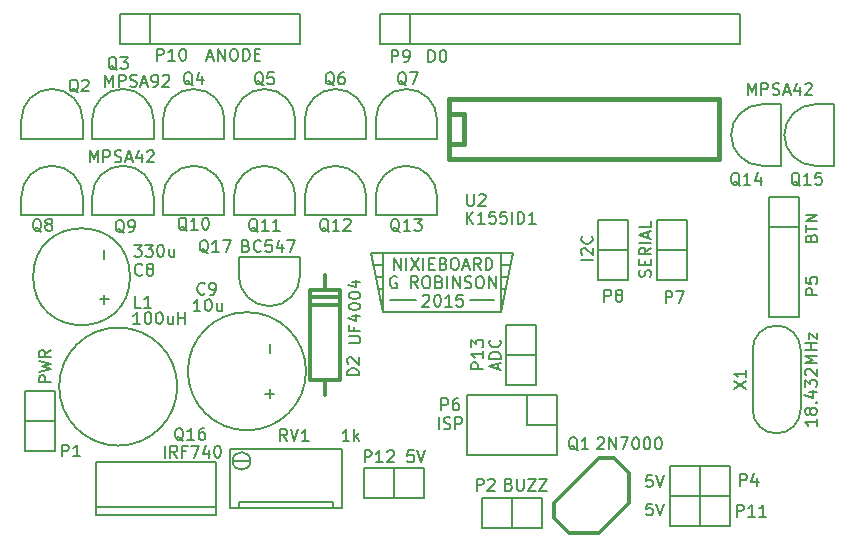
<source format=gto>
G04 (created by PCBNEW (2013-07-07 BZR 4022)-stable) date 2015-02-26 23:16:54*
%MOIN*%
G04 Gerber Fmt 3.4, Leading zero omitted, Abs format*
%FSLAX34Y34*%
G01*
G70*
G90*
G04 APERTURE LIST*
%ADD10C,0.00629921*%
%ADD11C,0.012*%
%ADD12C,0.015*%
%ADD13C,0.00590551*%
G04 APERTURE END LIST*
G54D10*
X15118Y7874D02*
X15905Y7874D01*
X12440Y7874D02*
X13307Y7874D01*
X16141Y7874D02*
X16220Y7874D01*
X16141Y8267D02*
X16299Y8267D01*
X16141Y8661D02*
X16377Y8661D01*
X16141Y9055D02*
X16456Y9055D01*
X12204Y9055D02*
X11889Y9055D01*
X12204Y8661D02*
X11968Y8661D01*
X12204Y8267D02*
X12047Y8267D01*
X12204Y7874D02*
X12125Y7874D01*
X11811Y9448D02*
X12204Y7480D01*
X12204Y9448D02*
X11811Y9448D01*
X16535Y9448D02*
X16141Y7480D01*
X16141Y9448D02*
X16535Y9448D01*
X12204Y7480D02*
X12204Y9448D01*
X16141Y7480D02*
X12204Y7480D01*
X16141Y9448D02*
X16141Y7480D01*
X12204Y9448D02*
X16141Y9448D01*
X12581Y8895D02*
X12581Y9289D01*
X12806Y8895D01*
X12806Y9289D01*
X12994Y8895D02*
X12994Y9289D01*
X13143Y9289D02*
X13406Y8895D01*
X13406Y9289D02*
X13143Y8895D01*
X13556Y8895D02*
X13556Y9289D01*
X13743Y9101D02*
X13875Y9101D01*
X13931Y8895D02*
X13743Y8895D01*
X13743Y9289D01*
X13931Y9289D01*
X14231Y9101D02*
X14287Y9083D01*
X14306Y9064D01*
X14325Y9026D01*
X14325Y8970D01*
X14306Y8933D01*
X14287Y8914D01*
X14250Y8895D01*
X14100Y8895D01*
X14100Y9289D01*
X14231Y9289D01*
X14268Y9270D01*
X14287Y9251D01*
X14306Y9214D01*
X14306Y9176D01*
X14287Y9139D01*
X14268Y9120D01*
X14231Y9101D01*
X14100Y9101D01*
X14568Y9289D02*
X14643Y9289D01*
X14681Y9270D01*
X14718Y9233D01*
X14737Y9158D01*
X14737Y9026D01*
X14718Y8952D01*
X14681Y8914D01*
X14643Y8895D01*
X14568Y8895D01*
X14531Y8914D01*
X14493Y8952D01*
X14475Y9026D01*
X14475Y9158D01*
X14493Y9233D01*
X14531Y9270D01*
X14568Y9289D01*
X14887Y9008D02*
X15074Y9008D01*
X14850Y8895D02*
X14981Y9289D01*
X15112Y8895D01*
X15468Y8895D02*
X15337Y9083D01*
X15243Y8895D02*
X15243Y9289D01*
X15393Y9289D01*
X15431Y9270D01*
X15449Y9251D01*
X15468Y9214D01*
X15468Y9158D01*
X15449Y9120D01*
X15431Y9101D01*
X15393Y9083D01*
X15243Y9083D01*
X15637Y8895D02*
X15637Y9289D01*
X15731Y9289D01*
X15787Y9270D01*
X15824Y9233D01*
X15843Y9195D01*
X15862Y9120D01*
X15862Y9064D01*
X15843Y8989D01*
X15824Y8952D01*
X15787Y8914D01*
X15731Y8895D01*
X15637Y8895D01*
X12665Y8656D02*
X12628Y8675D01*
X12572Y8675D01*
X12515Y8656D01*
X12478Y8619D01*
X12459Y8581D01*
X12440Y8506D01*
X12440Y8450D01*
X12459Y8375D01*
X12478Y8337D01*
X12515Y8300D01*
X12572Y8281D01*
X12609Y8281D01*
X12665Y8300D01*
X12684Y8319D01*
X12684Y8450D01*
X12609Y8450D01*
X13378Y8281D02*
X13247Y8469D01*
X13153Y8281D02*
X13153Y8675D01*
X13303Y8675D01*
X13340Y8656D01*
X13359Y8637D01*
X13378Y8600D01*
X13378Y8544D01*
X13359Y8506D01*
X13340Y8487D01*
X13303Y8469D01*
X13153Y8469D01*
X13622Y8675D02*
X13697Y8675D01*
X13734Y8656D01*
X13772Y8619D01*
X13790Y8544D01*
X13790Y8412D01*
X13772Y8337D01*
X13734Y8300D01*
X13697Y8281D01*
X13622Y8281D01*
X13584Y8300D01*
X13547Y8337D01*
X13528Y8412D01*
X13528Y8544D01*
X13547Y8619D01*
X13584Y8656D01*
X13622Y8675D01*
X14090Y8487D02*
X14146Y8469D01*
X14165Y8450D01*
X14184Y8412D01*
X14184Y8356D01*
X14165Y8319D01*
X14146Y8300D01*
X14109Y8281D01*
X13959Y8281D01*
X13959Y8675D01*
X14090Y8675D01*
X14128Y8656D01*
X14146Y8637D01*
X14165Y8600D01*
X14165Y8562D01*
X14146Y8525D01*
X14128Y8506D01*
X14090Y8487D01*
X13959Y8487D01*
X14353Y8281D02*
X14353Y8675D01*
X14540Y8281D02*
X14540Y8675D01*
X14765Y8281D01*
X14765Y8675D01*
X14934Y8300D02*
X14990Y8281D01*
X15084Y8281D01*
X15121Y8300D01*
X15140Y8319D01*
X15159Y8356D01*
X15159Y8394D01*
X15140Y8431D01*
X15121Y8450D01*
X15084Y8469D01*
X15009Y8487D01*
X14971Y8506D01*
X14953Y8525D01*
X14934Y8562D01*
X14934Y8600D01*
X14953Y8637D01*
X14971Y8656D01*
X15009Y8675D01*
X15103Y8675D01*
X15159Y8656D01*
X15403Y8675D02*
X15478Y8675D01*
X15515Y8656D01*
X15553Y8619D01*
X15571Y8544D01*
X15571Y8412D01*
X15553Y8337D01*
X15515Y8300D01*
X15478Y8281D01*
X15403Y8281D01*
X15365Y8300D01*
X15328Y8337D01*
X15309Y8412D01*
X15309Y8544D01*
X15328Y8619D01*
X15365Y8656D01*
X15403Y8675D01*
X15740Y8281D02*
X15740Y8675D01*
X15965Y8281D01*
X15965Y8675D01*
X13537Y8023D02*
X13556Y8042D01*
X13593Y8061D01*
X13687Y8061D01*
X13725Y8042D01*
X13743Y8023D01*
X13762Y7986D01*
X13762Y7948D01*
X13743Y7892D01*
X13518Y7667D01*
X13762Y7667D01*
X14006Y8061D02*
X14043Y8061D01*
X14081Y8042D01*
X14100Y8023D01*
X14118Y7986D01*
X14137Y7911D01*
X14137Y7817D01*
X14118Y7742D01*
X14100Y7704D01*
X14081Y7686D01*
X14043Y7667D01*
X14006Y7667D01*
X13968Y7686D01*
X13950Y7704D01*
X13931Y7742D01*
X13912Y7817D01*
X13912Y7911D01*
X13931Y7986D01*
X13950Y8023D01*
X13968Y8042D01*
X14006Y8061D01*
X14512Y7667D02*
X14287Y7667D01*
X14400Y7667D02*
X14400Y8061D01*
X14362Y8004D01*
X14325Y7967D01*
X14287Y7948D01*
X14868Y8061D02*
X14681Y8061D01*
X14662Y7873D01*
X14681Y7892D01*
X14718Y7911D01*
X14812Y7911D01*
X14850Y7892D01*
X14868Y7873D01*
X14887Y7836D01*
X14887Y7742D01*
X14868Y7704D01*
X14850Y7686D01*
X14812Y7667D01*
X14718Y7667D01*
X14681Y7686D01*
X14662Y7704D01*
G54D11*
X9775Y5232D02*
X9775Y8232D01*
X9775Y8232D02*
X10775Y8232D01*
X10775Y8232D02*
X10775Y5232D01*
X10775Y5232D02*
X9775Y5232D01*
X9775Y7982D02*
X10775Y7982D01*
X10775Y7732D02*
X9775Y7732D01*
X10275Y5232D02*
X10275Y4732D01*
X10275Y8232D02*
X10275Y8732D01*
G54D12*
X14397Y14082D02*
X14397Y14082D01*
X14397Y14082D02*
X14897Y14082D01*
X14897Y14082D02*
X14897Y13082D01*
X14897Y13082D02*
X14397Y13082D01*
X14397Y14582D02*
X23397Y14582D01*
X23397Y14582D02*
X23397Y12582D01*
X23397Y12582D02*
X14397Y12582D01*
X14397Y12582D02*
X14397Y14582D01*
G54D13*
X9448Y8700D02*
X9448Y9330D01*
X9448Y9330D02*
X7401Y9330D01*
X7401Y9330D02*
X7401Y8700D01*
X7401Y8700D02*
G75*
G03X8425Y7677I1023J0D01*
G74*
G01*
X8425Y7677D02*
G75*
G03X9448Y8700I0J1023D01*
G74*
G01*
G54D10*
X3437Y17429D02*
X9437Y17429D01*
X9437Y17429D02*
X9437Y16429D01*
X9437Y16429D02*
X3437Y16429D01*
X4437Y17429D02*
X4437Y16429D01*
X3437Y17429D02*
X3437Y16429D01*
X12098Y17429D02*
X24098Y17429D01*
X24098Y17429D02*
X24098Y16429D01*
X24098Y16429D02*
X12098Y16429D01*
X13098Y17429D02*
X13098Y16429D01*
X12098Y17429D02*
X12098Y16429D01*
X26614Y12362D02*
X27244Y12362D01*
X27244Y12362D02*
X27244Y14409D01*
X27244Y14409D02*
X26614Y14409D01*
X26614Y14409D02*
G75*
G03X25590Y13385I0J-1023D01*
G74*
G01*
X25590Y13385D02*
G75*
G03X26614Y12362I1023J0D01*
G74*
G01*
X11968Y13897D02*
X11968Y13267D01*
X11968Y13267D02*
X14015Y13267D01*
X14015Y13267D02*
X14015Y13897D01*
X14015Y13897D02*
G75*
G03X12992Y14921I-1023J0D01*
G74*
G01*
X12992Y14921D02*
G75*
G03X11968Y13897I0J-1023D01*
G74*
G01*
X11968Y11338D02*
X11968Y10708D01*
X11968Y10708D02*
X14015Y10708D01*
X14015Y10708D02*
X14015Y11338D01*
X14015Y11338D02*
G75*
G03X12992Y12362I-1023J0D01*
G74*
G01*
X12992Y12362D02*
G75*
G03X11968Y11338I0J-1023D01*
G74*
G01*
X24842Y12362D02*
X25472Y12362D01*
X25472Y12362D02*
X25472Y14409D01*
X25472Y14409D02*
X24842Y14409D01*
X24842Y14409D02*
G75*
G03X23818Y13385I0J-1023D01*
G74*
G01*
X23818Y13385D02*
G75*
G03X24842Y12362I1023J0D01*
G74*
G01*
X9606Y13897D02*
X9606Y13267D01*
X9606Y13267D02*
X11653Y13267D01*
X11653Y13267D02*
X11653Y13897D01*
X11653Y13897D02*
G75*
G03X10629Y14921I-1023J0D01*
G74*
G01*
X10629Y14921D02*
G75*
G03X9606Y13897I0J-1023D01*
G74*
G01*
X7244Y13897D02*
X7244Y13267D01*
X7244Y13267D02*
X9291Y13267D01*
X9291Y13267D02*
X9291Y13897D01*
X9291Y13897D02*
G75*
G03X8267Y14921I-1023J0D01*
G74*
G01*
X8267Y14921D02*
G75*
G03X7244Y13897I0J-1023D01*
G74*
G01*
X7244Y11338D02*
X7244Y10708D01*
X7244Y10708D02*
X9291Y10708D01*
X9291Y10708D02*
X9291Y11338D01*
X9291Y11338D02*
G75*
G03X8267Y12362I-1023J0D01*
G74*
G01*
X8267Y12362D02*
G75*
G03X7244Y11338I0J-1023D01*
G74*
G01*
X4881Y13897D02*
X4881Y13267D01*
X4881Y13267D02*
X6929Y13267D01*
X6929Y13267D02*
X6929Y13897D01*
X6929Y13897D02*
G75*
G03X5905Y14921I-1023J0D01*
G74*
G01*
X5905Y14921D02*
G75*
G03X4881Y13897I0J-1023D01*
G74*
G01*
X4881Y11338D02*
X4881Y10708D01*
X4881Y10708D02*
X6929Y10708D01*
X6929Y10708D02*
X6929Y11338D01*
X6929Y11338D02*
G75*
G03X5905Y12362I-1023J0D01*
G74*
G01*
X5905Y12362D02*
G75*
G03X4881Y11338I0J-1023D01*
G74*
G01*
X2519Y13897D02*
X2519Y13267D01*
X2519Y13267D02*
X4566Y13267D01*
X4566Y13267D02*
X4566Y13897D01*
X4566Y13897D02*
G75*
G03X3543Y14921I-1023J0D01*
G74*
G01*
X3543Y14921D02*
G75*
G03X2519Y13897I0J-1023D01*
G74*
G01*
X2519Y11338D02*
X2519Y10708D01*
X2519Y10708D02*
X4566Y10708D01*
X4566Y10708D02*
X4566Y11338D01*
X4566Y11338D02*
G75*
G03X3543Y12362I-1023J0D01*
G74*
G01*
X3543Y12362D02*
G75*
G03X2519Y11338I0J-1023D01*
G74*
G01*
X157Y13897D02*
X157Y13267D01*
X157Y13267D02*
X2204Y13267D01*
X2204Y13267D02*
X2204Y13897D01*
X2204Y13897D02*
G75*
G03X1181Y14921I-1023J0D01*
G74*
G01*
X1181Y14921D02*
G75*
G03X157Y13897I0J-1023D01*
G74*
G01*
X9606Y11338D02*
X9606Y10708D01*
X9606Y10708D02*
X11653Y10708D01*
X11653Y10708D02*
X11653Y11338D01*
X11653Y11338D02*
G75*
G03X10629Y12362I-1023J0D01*
G74*
G01*
X10629Y12362D02*
G75*
G03X9606Y11338I0J-1023D01*
G74*
G01*
X157Y11338D02*
X157Y10708D01*
X157Y10708D02*
X2204Y10708D01*
X2204Y10708D02*
X2204Y11338D01*
X2204Y11338D02*
G75*
G03X1181Y12362I-1023J0D01*
G74*
G01*
X1181Y12362D02*
G75*
G03X157Y11338I0J-1023D01*
G74*
G01*
X9646Y5511D02*
G75*
G03X9646Y5511I-1969J0D01*
G74*
G01*
X5354Y5000D02*
G75*
G03X5354Y5000I-1968J0D01*
G74*
G01*
X3779Y8661D02*
G75*
G03X3779Y8661I-1614J0D01*
G74*
G01*
X6645Y982D02*
X6645Y732D01*
X6645Y732D02*
X2645Y732D01*
X2645Y732D02*
X2645Y982D01*
X6645Y2482D02*
X6645Y982D01*
X6645Y982D02*
X2645Y982D01*
X2645Y982D02*
X2645Y2482D01*
X2645Y2482D02*
X6645Y2482D01*
X7204Y2520D02*
X7795Y2520D01*
X7795Y2520D02*
G75*
G03X7795Y2520I-295J0D01*
G74*
G01*
X7401Y945D02*
X7401Y1142D01*
X7401Y1142D02*
X10551Y1142D01*
X10551Y1142D02*
X10551Y945D01*
X7106Y2913D02*
X7106Y945D01*
X7106Y945D02*
X10846Y945D01*
X10846Y945D02*
X10846Y2913D01*
X10846Y2913D02*
X7106Y2913D01*
X24534Y4236D02*
X24534Y6036D01*
X24534Y6036D02*
X24534Y6236D01*
X26134Y6236D02*
X26134Y4236D01*
X24534Y4236D02*
G75*
G03X25334Y3436I800J0D01*
G74*
G01*
X25334Y3436D02*
G75*
G03X26134Y4236I0J800D01*
G74*
G01*
X25334Y7036D02*
G75*
G03X24534Y6236I0J-800D01*
G74*
G01*
X26134Y6236D02*
G75*
G03X25334Y7036I-800J0D01*
G74*
G01*
X22787Y1350D02*
X22787Y2350D01*
X23787Y1350D02*
X21787Y1350D01*
X21787Y1350D02*
X21787Y2350D01*
X21787Y2350D02*
X23787Y2350D01*
X23787Y1350D02*
X23787Y2350D01*
X21350Y9555D02*
X22350Y9555D01*
X21350Y8555D02*
X21350Y10555D01*
X21350Y10555D02*
X22350Y10555D01*
X22350Y10555D02*
X22350Y8555D01*
X21350Y8555D02*
X22350Y8555D01*
X16311Y6051D02*
X17311Y6051D01*
X16311Y5051D02*
X16311Y7051D01*
X16311Y7051D02*
X17311Y7051D01*
X17311Y7051D02*
X17311Y5051D01*
X16311Y5051D02*
X17311Y5051D01*
X12566Y2281D02*
X12566Y1281D01*
X11566Y2281D02*
X13566Y2281D01*
X13566Y2281D02*
X13566Y1281D01*
X13566Y1281D02*
X11566Y1281D01*
X11566Y2281D02*
X11566Y1281D01*
X22787Y346D02*
X22787Y1346D01*
X23787Y346D02*
X21787Y346D01*
X21787Y346D02*
X21787Y1346D01*
X21787Y1346D02*
X23787Y1346D01*
X23787Y346D02*
X23787Y1346D01*
X19381Y9555D02*
X20381Y9555D01*
X19381Y8555D02*
X19381Y10555D01*
X19381Y10555D02*
X20381Y10555D01*
X20381Y10555D02*
X20381Y8555D01*
X19381Y8555D02*
X20381Y8555D01*
X16507Y287D02*
X16507Y1287D01*
X17507Y287D02*
X15507Y287D01*
X15507Y287D02*
X15507Y1287D01*
X15507Y1287D02*
X17507Y1287D01*
X17507Y287D02*
X17507Y1287D01*
X287Y3846D02*
X1287Y3846D01*
X287Y2846D02*
X287Y4846D01*
X287Y4846D02*
X1287Y4846D01*
X1287Y4846D02*
X1287Y2846D01*
X287Y2846D02*
X1287Y2846D01*
X18019Y2712D02*
X15019Y2712D01*
X15019Y2712D02*
X15019Y4712D01*
X15019Y4712D02*
X18019Y4712D01*
X18019Y2712D02*
X18019Y3712D01*
X18019Y3712D02*
X17019Y3712D01*
X17019Y3712D02*
X17019Y4712D01*
X18019Y3712D02*
X18019Y4712D01*
G54D11*
X19397Y2614D02*
X17897Y1114D01*
X17897Y1114D02*
X17897Y614D01*
X17897Y614D02*
X18397Y114D01*
X18397Y114D02*
X19397Y114D01*
X19397Y114D02*
X20397Y1114D01*
X20397Y1114D02*
X20397Y2114D01*
X20397Y2114D02*
X19897Y2614D01*
X19897Y2614D02*
X19397Y2614D01*
G54D10*
X25090Y11326D02*
X25090Y7326D01*
X26090Y7326D02*
X26090Y11326D01*
X26090Y10326D02*
X25090Y10326D01*
X26090Y7326D02*
X25090Y7326D01*
X26090Y11326D02*
X25090Y11326D01*
X11419Y5378D02*
X11025Y5378D01*
X11025Y5472D01*
X11044Y5528D01*
X11081Y5566D01*
X11119Y5584D01*
X11194Y5603D01*
X11250Y5603D01*
X11325Y5584D01*
X11362Y5566D01*
X11400Y5528D01*
X11419Y5472D01*
X11419Y5378D01*
X11062Y5753D02*
X11044Y5772D01*
X11025Y5809D01*
X11025Y5903D01*
X11044Y5941D01*
X11062Y5959D01*
X11100Y5978D01*
X11137Y5978D01*
X11194Y5959D01*
X11419Y5734D01*
X11419Y5978D01*
X11064Y6449D02*
X11383Y6449D01*
X11421Y6467D01*
X11439Y6486D01*
X11458Y6524D01*
X11458Y6599D01*
X11439Y6636D01*
X11421Y6655D01*
X11383Y6674D01*
X11064Y6674D01*
X11252Y6992D02*
X11252Y6861D01*
X11458Y6861D02*
X11064Y6861D01*
X11064Y7049D01*
X11196Y7367D02*
X11458Y7367D01*
X11046Y7274D02*
X11327Y7180D01*
X11327Y7424D01*
X11064Y7649D02*
X11064Y7686D01*
X11083Y7724D01*
X11102Y7742D01*
X11139Y7761D01*
X11214Y7780D01*
X11308Y7780D01*
X11383Y7761D01*
X11421Y7742D01*
X11439Y7724D01*
X11458Y7686D01*
X11458Y7649D01*
X11439Y7611D01*
X11421Y7592D01*
X11383Y7574D01*
X11308Y7555D01*
X11214Y7555D01*
X11139Y7574D01*
X11102Y7592D01*
X11083Y7611D01*
X11064Y7649D01*
X11064Y8023D02*
X11064Y8061D01*
X11083Y8098D01*
X11102Y8117D01*
X11139Y8136D01*
X11214Y8155D01*
X11308Y8155D01*
X11383Y8136D01*
X11421Y8117D01*
X11439Y8098D01*
X11458Y8061D01*
X11458Y8023D01*
X11439Y7986D01*
X11421Y7967D01*
X11383Y7949D01*
X11308Y7930D01*
X11214Y7930D01*
X11139Y7949D01*
X11102Y7967D01*
X11083Y7986D01*
X11064Y8023D01*
X11196Y8492D02*
X11458Y8492D01*
X11046Y8398D02*
X11327Y8305D01*
X11327Y8548D01*
X15014Y11415D02*
X15014Y11096D01*
X15033Y11059D01*
X15052Y11040D01*
X15089Y11021D01*
X15164Y11021D01*
X15202Y11040D01*
X15221Y11059D01*
X15239Y11096D01*
X15239Y11415D01*
X15408Y11377D02*
X15427Y11396D01*
X15464Y11415D01*
X15558Y11415D01*
X15596Y11396D01*
X15614Y11377D01*
X15633Y11340D01*
X15633Y11302D01*
X15614Y11246D01*
X15389Y11021D01*
X15633Y11021D01*
X14998Y10431D02*
X14998Y10824D01*
X15223Y10431D02*
X15054Y10656D01*
X15223Y10824D02*
X14998Y10599D01*
X15598Y10431D02*
X15373Y10431D01*
X15485Y10431D02*
X15485Y10824D01*
X15448Y10768D01*
X15410Y10731D01*
X15373Y10712D01*
X15954Y10824D02*
X15766Y10824D01*
X15748Y10637D01*
X15766Y10656D01*
X15804Y10674D01*
X15898Y10674D01*
X15935Y10656D01*
X15954Y10637D01*
X15973Y10599D01*
X15973Y10506D01*
X15954Y10468D01*
X15935Y10449D01*
X15898Y10431D01*
X15804Y10431D01*
X15766Y10449D01*
X15748Y10468D01*
X16329Y10824D02*
X16141Y10824D01*
X16122Y10637D01*
X16141Y10656D01*
X16179Y10674D01*
X16272Y10674D01*
X16310Y10656D01*
X16329Y10637D01*
X16347Y10599D01*
X16347Y10506D01*
X16329Y10468D01*
X16310Y10449D01*
X16272Y10431D01*
X16179Y10431D01*
X16141Y10449D01*
X16122Y10468D01*
X16516Y10431D02*
X16516Y10824D01*
X16704Y10431D02*
X16704Y10824D01*
X16797Y10824D01*
X16854Y10806D01*
X16891Y10768D01*
X16910Y10731D01*
X16929Y10656D01*
X16929Y10599D01*
X16910Y10524D01*
X16891Y10487D01*
X16854Y10449D01*
X16797Y10431D01*
X16704Y10431D01*
X17304Y10431D02*
X17079Y10431D01*
X17191Y10431D02*
X17191Y10824D01*
X17154Y10768D01*
X17116Y10731D01*
X17079Y10712D01*
X6389Y9448D02*
X6351Y9467D01*
X6314Y9505D01*
X6257Y9561D01*
X6220Y9580D01*
X6182Y9580D01*
X6201Y9486D02*
X6164Y9505D01*
X6126Y9542D01*
X6107Y9617D01*
X6107Y9748D01*
X6126Y9823D01*
X6164Y9861D01*
X6201Y9880D01*
X6276Y9880D01*
X6314Y9861D01*
X6351Y9823D01*
X6370Y9748D01*
X6370Y9617D01*
X6351Y9542D01*
X6314Y9505D01*
X6276Y9486D01*
X6201Y9486D01*
X6745Y9486D02*
X6520Y9486D01*
X6632Y9486D02*
X6632Y9880D01*
X6595Y9823D01*
X6557Y9786D01*
X6520Y9767D01*
X6876Y9880D02*
X7139Y9880D01*
X6970Y9486D01*
X7654Y9692D02*
X7710Y9673D01*
X7729Y9655D01*
X7748Y9617D01*
X7748Y9561D01*
X7729Y9523D01*
X7710Y9505D01*
X7673Y9486D01*
X7523Y9486D01*
X7523Y9880D01*
X7654Y9880D01*
X7692Y9861D01*
X7710Y9842D01*
X7729Y9805D01*
X7729Y9767D01*
X7710Y9730D01*
X7692Y9711D01*
X7654Y9692D01*
X7523Y9692D01*
X8142Y9523D02*
X8123Y9505D01*
X8067Y9486D01*
X8029Y9486D01*
X7973Y9505D01*
X7935Y9542D01*
X7917Y9580D01*
X7898Y9655D01*
X7898Y9711D01*
X7917Y9786D01*
X7935Y9823D01*
X7973Y9861D01*
X8029Y9880D01*
X8067Y9880D01*
X8123Y9861D01*
X8142Y9842D01*
X8498Y9880D02*
X8310Y9880D01*
X8292Y9692D01*
X8310Y9711D01*
X8348Y9730D01*
X8442Y9730D01*
X8479Y9711D01*
X8498Y9692D01*
X8517Y9655D01*
X8517Y9561D01*
X8498Y9523D01*
X8479Y9505D01*
X8442Y9486D01*
X8348Y9486D01*
X8310Y9505D01*
X8292Y9523D01*
X8854Y9748D02*
X8854Y9486D01*
X8760Y9898D02*
X8667Y9617D01*
X8910Y9617D01*
X9023Y9880D02*
X9285Y9880D01*
X9116Y9486D01*
X4679Y15864D02*
X4679Y16257D01*
X4829Y16257D01*
X4866Y16239D01*
X4885Y16220D01*
X4904Y16182D01*
X4904Y16126D01*
X4885Y16089D01*
X4866Y16070D01*
X4829Y16051D01*
X4679Y16051D01*
X5279Y15864D02*
X5054Y15864D01*
X5166Y15864D02*
X5166Y16257D01*
X5129Y16201D01*
X5091Y16164D01*
X5054Y16145D01*
X5523Y16257D02*
X5560Y16257D01*
X5598Y16239D01*
X5616Y16220D01*
X5635Y16182D01*
X5654Y16107D01*
X5654Y16014D01*
X5635Y15939D01*
X5616Y15901D01*
X5598Y15883D01*
X5560Y15864D01*
X5523Y15864D01*
X5485Y15883D01*
X5466Y15901D01*
X5448Y15939D01*
X5429Y16014D01*
X5429Y16107D01*
X5448Y16182D01*
X5466Y16220D01*
X5485Y16239D01*
X5523Y16257D01*
X6362Y15976D02*
X6550Y15976D01*
X6325Y15864D02*
X6456Y16257D01*
X6587Y15864D01*
X6719Y15864D02*
X6719Y16257D01*
X6944Y15864D01*
X6944Y16257D01*
X7206Y16257D02*
X7281Y16257D01*
X7319Y16239D01*
X7356Y16201D01*
X7375Y16126D01*
X7375Y15995D01*
X7356Y15920D01*
X7319Y15883D01*
X7281Y15864D01*
X7206Y15864D01*
X7169Y15883D01*
X7131Y15920D01*
X7112Y15995D01*
X7112Y16126D01*
X7131Y16201D01*
X7169Y16239D01*
X7206Y16257D01*
X7544Y15864D02*
X7544Y16257D01*
X7637Y16257D01*
X7694Y16239D01*
X7731Y16201D01*
X7750Y16164D01*
X7769Y16089D01*
X7769Y16032D01*
X7750Y15958D01*
X7731Y15920D01*
X7694Y15883D01*
X7637Y15864D01*
X7544Y15864D01*
X7937Y16070D02*
X8068Y16070D01*
X8125Y15864D02*
X7937Y15864D01*
X7937Y16257D01*
X8125Y16257D01*
X12504Y15824D02*
X12504Y16218D01*
X12654Y16218D01*
X12692Y16199D01*
X12710Y16181D01*
X12729Y16143D01*
X12729Y16087D01*
X12710Y16049D01*
X12692Y16031D01*
X12654Y16012D01*
X12504Y16012D01*
X12917Y15824D02*
X12992Y15824D01*
X13029Y15843D01*
X13048Y15862D01*
X13085Y15918D01*
X13104Y15993D01*
X13104Y16143D01*
X13085Y16181D01*
X13067Y16199D01*
X13029Y16218D01*
X12954Y16218D01*
X12917Y16199D01*
X12898Y16181D01*
X12879Y16143D01*
X12879Y16049D01*
X12898Y16012D01*
X12917Y15993D01*
X12954Y15974D01*
X13029Y15974D01*
X13067Y15993D01*
X13085Y16012D01*
X13104Y16049D01*
X13725Y15824D02*
X13725Y16218D01*
X13818Y16218D01*
X13875Y16199D01*
X13912Y16162D01*
X13931Y16124D01*
X13950Y16049D01*
X13950Y15993D01*
X13931Y15918D01*
X13912Y15881D01*
X13875Y15843D01*
X13818Y15824D01*
X13725Y15824D01*
X14193Y16218D02*
X14231Y16218D01*
X14268Y16199D01*
X14287Y16181D01*
X14306Y16143D01*
X14325Y16068D01*
X14325Y15974D01*
X14306Y15899D01*
X14287Y15862D01*
X14268Y15843D01*
X14231Y15824D01*
X14193Y15824D01*
X14156Y15843D01*
X14137Y15862D01*
X14118Y15899D01*
X14100Y15974D01*
X14100Y16068D01*
X14118Y16143D01*
X14137Y16181D01*
X14156Y16199D01*
X14193Y16218D01*
X26113Y11692D02*
X26076Y11711D01*
X26038Y11749D01*
X25982Y11805D01*
X25944Y11824D01*
X25907Y11824D01*
X25926Y11730D02*
X25888Y11749D01*
X25851Y11786D01*
X25832Y11861D01*
X25832Y11992D01*
X25851Y12067D01*
X25888Y12105D01*
X25926Y12124D01*
X26001Y12124D01*
X26038Y12105D01*
X26076Y12067D01*
X26094Y11992D01*
X26094Y11861D01*
X26076Y11786D01*
X26038Y11749D01*
X26001Y11730D01*
X25926Y11730D01*
X26469Y11730D02*
X26244Y11730D01*
X26357Y11730D02*
X26357Y12124D01*
X26319Y12067D01*
X26282Y12030D01*
X26244Y12011D01*
X26826Y12124D02*
X26638Y12124D01*
X26619Y11936D01*
X26638Y11955D01*
X26676Y11974D01*
X26769Y11974D01*
X26807Y11955D01*
X26826Y11936D01*
X26844Y11899D01*
X26844Y11805D01*
X26826Y11767D01*
X26807Y11749D01*
X26769Y11730D01*
X26676Y11730D01*
X26638Y11749D01*
X26619Y11767D01*
X24373Y14722D02*
X24373Y15116D01*
X24505Y14835D01*
X24636Y15116D01*
X24636Y14722D01*
X24823Y14722D02*
X24823Y15116D01*
X24973Y15116D01*
X25011Y15097D01*
X25029Y15078D01*
X25048Y15041D01*
X25048Y14985D01*
X25029Y14947D01*
X25011Y14928D01*
X24973Y14910D01*
X24823Y14910D01*
X25198Y14741D02*
X25254Y14722D01*
X25348Y14722D01*
X25386Y14741D01*
X25404Y14760D01*
X25423Y14797D01*
X25423Y14835D01*
X25404Y14872D01*
X25386Y14891D01*
X25348Y14910D01*
X25273Y14928D01*
X25236Y14947D01*
X25217Y14966D01*
X25198Y15003D01*
X25198Y15041D01*
X25217Y15078D01*
X25236Y15097D01*
X25273Y15116D01*
X25367Y15116D01*
X25423Y15097D01*
X25573Y14835D02*
X25761Y14835D01*
X25536Y14722D02*
X25667Y15116D01*
X25798Y14722D01*
X26098Y14985D02*
X26098Y14722D01*
X26004Y15134D02*
X25911Y14853D01*
X26154Y14853D01*
X26286Y15078D02*
X26304Y15097D01*
X26342Y15116D01*
X26436Y15116D01*
X26473Y15097D01*
X26492Y15078D01*
X26511Y15041D01*
X26511Y15003D01*
X26492Y14947D01*
X26267Y14722D01*
X26511Y14722D01*
X12994Y15039D02*
X12956Y15058D01*
X12919Y15095D01*
X12862Y15151D01*
X12825Y15170D01*
X12787Y15170D01*
X12806Y15076D02*
X12769Y15095D01*
X12731Y15133D01*
X12712Y15208D01*
X12712Y15339D01*
X12731Y15414D01*
X12769Y15451D01*
X12806Y15470D01*
X12881Y15470D01*
X12919Y15451D01*
X12956Y15414D01*
X12975Y15339D01*
X12975Y15208D01*
X12956Y15133D01*
X12919Y15095D01*
X12881Y15076D01*
X12806Y15076D01*
X13106Y15470D02*
X13368Y15470D01*
X13200Y15076D01*
X2956Y14998D02*
X2956Y15391D01*
X3087Y15110D01*
X3218Y15391D01*
X3218Y14998D01*
X3406Y14998D02*
X3406Y15391D01*
X3556Y15391D01*
X3593Y15373D01*
X3612Y15354D01*
X3631Y15316D01*
X3631Y15260D01*
X3612Y15223D01*
X3593Y15204D01*
X3556Y15185D01*
X3406Y15185D01*
X3781Y15016D02*
X3837Y14998D01*
X3931Y14998D01*
X3968Y15016D01*
X3987Y15035D01*
X4006Y15073D01*
X4006Y15110D01*
X3987Y15148D01*
X3968Y15166D01*
X3931Y15185D01*
X3856Y15204D01*
X3818Y15223D01*
X3800Y15241D01*
X3781Y15279D01*
X3781Y15316D01*
X3800Y15354D01*
X3818Y15373D01*
X3856Y15391D01*
X3950Y15391D01*
X4006Y15373D01*
X4156Y15110D02*
X4343Y15110D01*
X4118Y14998D02*
X4250Y15391D01*
X4381Y14998D01*
X4531Y14998D02*
X4606Y14998D01*
X4643Y15016D01*
X4662Y15035D01*
X4700Y15091D01*
X4718Y15166D01*
X4718Y15316D01*
X4700Y15354D01*
X4681Y15373D01*
X4643Y15391D01*
X4568Y15391D01*
X4531Y15373D01*
X4512Y15354D01*
X4493Y15316D01*
X4493Y15223D01*
X4512Y15185D01*
X4531Y15166D01*
X4568Y15148D01*
X4643Y15148D01*
X4681Y15166D01*
X4700Y15185D01*
X4718Y15223D01*
X4868Y15354D02*
X4887Y15373D01*
X4925Y15391D01*
X5018Y15391D01*
X5056Y15373D01*
X5074Y15354D01*
X5093Y15316D01*
X5093Y15279D01*
X5074Y15223D01*
X4850Y14998D01*
X5093Y14998D01*
X12767Y10157D02*
X12729Y10176D01*
X12692Y10213D01*
X12635Y10269D01*
X12598Y10288D01*
X12560Y10288D01*
X12579Y10194D02*
X12542Y10213D01*
X12504Y10251D01*
X12485Y10326D01*
X12485Y10457D01*
X12504Y10532D01*
X12542Y10569D01*
X12579Y10588D01*
X12654Y10588D01*
X12692Y10569D01*
X12729Y10532D01*
X12748Y10457D01*
X12748Y10326D01*
X12729Y10251D01*
X12692Y10213D01*
X12654Y10194D01*
X12579Y10194D01*
X13123Y10194D02*
X12898Y10194D01*
X13010Y10194D02*
X13010Y10588D01*
X12973Y10532D01*
X12935Y10494D01*
X12898Y10476D01*
X13254Y10588D02*
X13498Y10588D01*
X13367Y10438D01*
X13423Y10438D01*
X13460Y10419D01*
X13479Y10401D01*
X13498Y10363D01*
X13498Y10269D01*
X13479Y10232D01*
X13460Y10213D01*
X13423Y10194D01*
X13310Y10194D01*
X13273Y10213D01*
X13254Y10232D01*
X2444Y12478D02*
X2444Y12872D01*
X2575Y12590D01*
X2707Y12872D01*
X2707Y12478D01*
X2894Y12478D02*
X2894Y12872D01*
X3044Y12872D01*
X3082Y12853D01*
X3100Y12834D01*
X3119Y12797D01*
X3119Y12740D01*
X3100Y12703D01*
X3082Y12684D01*
X3044Y12665D01*
X2894Y12665D01*
X3269Y12497D02*
X3325Y12478D01*
X3419Y12478D01*
X3457Y12497D01*
X3475Y12515D01*
X3494Y12553D01*
X3494Y12590D01*
X3475Y12628D01*
X3457Y12647D01*
X3419Y12665D01*
X3344Y12684D01*
X3307Y12703D01*
X3288Y12722D01*
X3269Y12759D01*
X3269Y12797D01*
X3288Y12834D01*
X3307Y12853D01*
X3344Y12872D01*
X3438Y12872D01*
X3494Y12853D01*
X3644Y12590D02*
X3832Y12590D01*
X3607Y12478D02*
X3738Y12872D01*
X3869Y12478D01*
X4169Y12740D02*
X4169Y12478D01*
X4075Y12890D02*
X3982Y12609D01*
X4225Y12609D01*
X4356Y12834D02*
X4375Y12853D01*
X4413Y12872D01*
X4506Y12872D01*
X4544Y12853D01*
X4563Y12834D01*
X4581Y12797D01*
X4581Y12759D01*
X4563Y12703D01*
X4338Y12478D01*
X4581Y12478D01*
X24105Y11692D02*
X24068Y11711D01*
X24030Y11749D01*
X23974Y11805D01*
X23937Y11824D01*
X23899Y11824D01*
X23918Y11730D02*
X23880Y11749D01*
X23843Y11786D01*
X23824Y11861D01*
X23824Y11992D01*
X23843Y12067D01*
X23880Y12105D01*
X23918Y12124D01*
X23993Y12124D01*
X24030Y12105D01*
X24068Y12067D01*
X24086Y11992D01*
X24086Y11861D01*
X24068Y11786D01*
X24030Y11749D01*
X23993Y11730D01*
X23918Y11730D01*
X24461Y11730D02*
X24236Y11730D01*
X24349Y11730D02*
X24349Y12124D01*
X24311Y12067D01*
X24274Y12030D01*
X24236Y12011D01*
X24799Y11992D02*
X24799Y11730D01*
X24705Y12142D02*
X24611Y11861D01*
X24855Y11861D01*
X24373Y14722D02*
X24373Y15116D01*
X24505Y14835D01*
X24636Y15116D01*
X24636Y14722D01*
X24823Y14722D02*
X24823Y15116D01*
X24973Y15116D01*
X25011Y15097D01*
X25029Y15078D01*
X25048Y15041D01*
X25048Y14985D01*
X25029Y14947D01*
X25011Y14928D01*
X24973Y14910D01*
X24823Y14910D01*
X25198Y14741D02*
X25254Y14722D01*
X25348Y14722D01*
X25386Y14741D01*
X25404Y14760D01*
X25423Y14797D01*
X25423Y14835D01*
X25404Y14872D01*
X25386Y14891D01*
X25348Y14910D01*
X25273Y14928D01*
X25236Y14947D01*
X25217Y14966D01*
X25198Y15003D01*
X25198Y15041D01*
X25217Y15078D01*
X25236Y15097D01*
X25273Y15116D01*
X25367Y15116D01*
X25423Y15097D01*
X25573Y14835D02*
X25761Y14835D01*
X25536Y14722D02*
X25667Y15116D01*
X25798Y14722D01*
X26098Y14985D02*
X26098Y14722D01*
X26004Y15134D02*
X25911Y14853D01*
X26154Y14853D01*
X26286Y15078D02*
X26304Y15097D01*
X26342Y15116D01*
X26436Y15116D01*
X26473Y15097D01*
X26492Y15078D01*
X26511Y15041D01*
X26511Y15003D01*
X26492Y14947D01*
X26267Y14722D01*
X26511Y14722D01*
X10592Y15039D02*
X10554Y15058D01*
X10517Y15095D01*
X10461Y15151D01*
X10423Y15170D01*
X10386Y15170D01*
X10404Y15076D02*
X10367Y15095D01*
X10329Y15133D01*
X10311Y15208D01*
X10311Y15339D01*
X10329Y15414D01*
X10367Y15451D01*
X10404Y15470D01*
X10479Y15470D01*
X10517Y15451D01*
X10554Y15414D01*
X10573Y15339D01*
X10573Y15208D01*
X10554Y15133D01*
X10517Y15095D01*
X10479Y15076D01*
X10404Y15076D01*
X10911Y15470D02*
X10836Y15470D01*
X10798Y15451D01*
X10779Y15433D01*
X10742Y15376D01*
X10723Y15301D01*
X10723Y15151D01*
X10742Y15114D01*
X10761Y15095D01*
X10798Y15076D01*
X10873Y15076D01*
X10911Y15095D01*
X10929Y15114D01*
X10948Y15151D01*
X10948Y15245D01*
X10929Y15283D01*
X10911Y15301D01*
X10873Y15320D01*
X10798Y15320D01*
X10761Y15301D01*
X10742Y15283D01*
X10723Y15245D01*
X2956Y14998D02*
X2956Y15391D01*
X3087Y15110D01*
X3218Y15391D01*
X3218Y14998D01*
X3406Y14998D02*
X3406Y15391D01*
X3556Y15391D01*
X3593Y15373D01*
X3612Y15354D01*
X3631Y15316D01*
X3631Y15260D01*
X3612Y15223D01*
X3593Y15204D01*
X3556Y15185D01*
X3406Y15185D01*
X3781Y15016D02*
X3837Y14998D01*
X3931Y14998D01*
X3968Y15016D01*
X3987Y15035D01*
X4006Y15073D01*
X4006Y15110D01*
X3987Y15148D01*
X3968Y15166D01*
X3931Y15185D01*
X3856Y15204D01*
X3818Y15223D01*
X3800Y15241D01*
X3781Y15279D01*
X3781Y15316D01*
X3800Y15354D01*
X3818Y15373D01*
X3856Y15391D01*
X3950Y15391D01*
X4006Y15373D01*
X4156Y15110D02*
X4343Y15110D01*
X4118Y14998D02*
X4250Y15391D01*
X4381Y14998D01*
X4531Y14998D02*
X4606Y14998D01*
X4643Y15016D01*
X4662Y15035D01*
X4700Y15091D01*
X4718Y15166D01*
X4718Y15316D01*
X4700Y15354D01*
X4681Y15373D01*
X4643Y15391D01*
X4568Y15391D01*
X4531Y15373D01*
X4512Y15354D01*
X4493Y15316D01*
X4493Y15223D01*
X4512Y15185D01*
X4531Y15166D01*
X4568Y15148D01*
X4643Y15148D01*
X4681Y15166D01*
X4700Y15185D01*
X4718Y15223D01*
X4868Y15354D02*
X4887Y15373D01*
X4925Y15391D01*
X5018Y15391D01*
X5056Y15373D01*
X5074Y15354D01*
X5093Y15316D01*
X5093Y15279D01*
X5074Y15223D01*
X4850Y14998D01*
X5093Y14998D01*
X8230Y15039D02*
X8192Y15058D01*
X8155Y15095D01*
X8098Y15151D01*
X8061Y15170D01*
X8023Y15170D01*
X8042Y15076D02*
X8005Y15095D01*
X7967Y15133D01*
X7949Y15208D01*
X7949Y15339D01*
X7967Y15414D01*
X8005Y15451D01*
X8042Y15470D01*
X8117Y15470D01*
X8155Y15451D01*
X8192Y15414D01*
X8211Y15339D01*
X8211Y15208D01*
X8192Y15133D01*
X8155Y15095D01*
X8117Y15076D01*
X8042Y15076D01*
X8567Y15470D02*
X8380Y15470D01*
X8361Y15283D01*
X8380Y15301D01*
X8417Y15320D01*
X8511Y15320D01*
X8548Y15301D01*
X8567Y15283D01*
X8586Y15245D01*
X8586Y15151D01*
X8567Y15114D01*
X8548Y15095D01*
X8511Y15076D01*
X8417Y15076D01*
X8380Y15095D01*
X8361Y15114D01*
X2956Y14998D02*
X2956Y15391D01*
X3087Y15110D01*
X3218Y15391D01*
X3218Y14998D01*
X3406Y14998D02*
X3406Y15391D01*
X3556Y15391D01*
X3593Y15373D01*
X3612Y15354D01*
X3631Y15316D01*
X3631Y15260D01*
X3612Y15223D01*
X3593Y15204D01*
X3556Y15185D01*
X3406Y15185D01*
X3781Y15016D02*
X3837Y14998D01*
X3931Y14998D01*
X3968Y15016D01*
X3987Y15035D01*
X4006Y15073D01*
X4006Y15110D01*
X3987Y15148D01*
X3968Y15166D01*
X3931Y15185D01*
X3856Y15204D01*
X3818Y15223D01*
X3800Y15241D01*
X3781Y15279D01*
X3781Y15316D01*
X3800Y15354D01*
X3818Y15373D01*
X3856Y15391D01*
X3950Y15391D01*
X4006Y15373D01*
X4156Y15110D02*
X4343Y15110D01*
X4118Y14998D02*
X4250Y15391D01*
X4381Y14998D01*
X4531Y14998D02*
X4606Y14998D01*
X4643Y15016D01*
X4662Y15035D01*
X4700Y15091D01*
X4718Y15166D01*
X4718Y15316D01*
X4700Y15354D01*
X4681Y15373D01*
X4643Y15391D01*
X4568Y15391D01*
X4531Y15373D01*
X4512Y15354D01*
X4493Y15316D01*
X4493Y15223D01*
X4512Y15185D01*
X4531Y15166D01*
X4568Y15148D01*
X4643Y15148D01*
X4681Y15166D01*
X4700Y15185D01*
X4718Y15223D01*
X4868Y15354D02*
X4887Y15373D01*
X4925Y15391D01*
X5018Y15391D01*
X5056Y15373D01*
X5074Y15354D01*
X5093Y15316D01*
X5093Y15279D01*
X5074Y15223D01*
X4850Y14998D01*
X5093Y14998D01*
X8042Y10157D02*
X8005Y10176D01*
X7967Y10213D01*
X7911Y10269D01*
X7874Y10288D01*
X7836Y10288D01*
X7855Y10194D02*
X7817Y10213D01*
X7780Y10251D01*
X7761Y10326D01*
X7761Y10457D01*
X7780Y10532D01*
X7817Y10569D01*
X7855Y10588D01*
X7930Y10588D01*
X7967Y10569D01*
X8005Y10532D01*
X8023Y10457D01*
X8023Y10326D01*
X8005Y10251D01*
X7967Y10213D01*
X7930Y10194D01*
X7855Y10194D01*
X8398Y10194D02*
X8173Y10194D01*
X8286Y10194D02*
X8286Y10588D01*
X8248Y10532D01*
X8211Y10494D01*
X8173Y10476D01*
X8773Y10194D02*
X8548Y10194D01*
X8661Y10194D02*
X8661Y10588D01*
X8623Y10532D01*
X8586Y10494D01*
X8548Y10476D01*
X2444Y12478D02*
X2444Y12872D01*
X2575Y12590D01*
X2707Y12872D01*
X2707Y12478D01*
X2894Y12478D02*
X2894Y12872D01*
X3044Y12872D01*
X3082Y12853D01*
X3100Y12834D01*
X3119Y12797D01*
X3119Y12740D01*
X3100Y12703D01*
X3082Y12684D01*
X3044Y12665D01*
X2894Y12665D01*
X3269Y12497D02*
X3325Y12478D01*
X3419Y12478D01*
X3457Y12497D01*
X3475Y12515D01*
X3494Y12553D01*
X3494Y12590D01*
X3475Y12628D01*
X3457Y12647D01*
X3419Y12665D01*
X3344Y12684D01*
X3307Y12703D01*
X3288Y12722D01*
X3269Y12759D01*
X3269Y12797D01*
X3288Y12834D01*
X3307Y12853D01*
X3344Y12872D01*
X3438Y12872D01*
X3494Y12853D01*
X3644Y12590D02*
X3832Y12590D01*
X3607Y12478D02*
X3738Y12872D01*
X3869Y12478D01*
X4169Y12740D02*
X4169Y12478D01*
X4075Y12890D02*
X3982Y12609D01*
X4225Y12609D01*
X4356Y12834D02*
X4375Y12853D01*
X4413Y12872D01*
X4506Y12872D01*
X4544Y12853D01*
X4563Y12834D01*
X4581Y12797D01*
X4581Y12759D01*
X4563Y12703D01*
X4338Y12478D01*
X4581Y12478D01*
X5868Y15039D02*
X5830Y15058D01*
X5793Y15095D01*
X5736Y15151D01*
X5699Y15170D01*
X5661Y15170D01*
X5680Y15076D02*
X5643Y15095D01*
X5605Y15133D01*
X5586Y15208D01*
X5586Y15339D01*
X5605Y15414D01*
X5643Y15451D01*
X5680Y15470D01*
X5755Y15470D01*
X5793Y15451D01*
X5830Y15414D01*
X5849Y15339D01*
X5849Y15208D01*
X5830Y15133D01*
X5793Y15095D01*
X5755Y15076D01*
X5680Y15076D01*
X6186Y15339D02*
X6186Y15076D01*
X6092Y15489D02*
X5999Y15208D01*
X6242Y15208D01*
X2956Y14998D02*
X2956Y15391D01*
X3087Y15110D01*
X3218Y15391D01*
X3218Y14998D01*
X3406Y14998D02*
X3406Y15391D01*
X3556Y15391D01*
X3593Y15373D01*
X3612Y15354D01*
X3631Y15316D01*
X3631Y15260D01*
X3612Y15223D01*
X3593Y15204D01*
X3556Y15185D01*
X3406Y15185D01*
X3781Y15016D02*
X3837Y14998D01*
X3931Y14998D01*
X3968Y15016D01*
X3987Y15035D01*
X4006Y15073D01*
X4006Y15110D01*
X3987Y15148D01*
X3968Y15166D01*
X3931Y15185D01*
X3856Y15204D01*
X3818Y15223D01*
X3800Y15241D01*
X3781Y15279D01*
X3781Y15316D01*
X3800Y15354D01*
X3818Y15373D01*
X3856Y15391D01*
X3950Y15391D01*
X4006Y15373D01*
X4156Y15110D02*
X4343Y15110D01*
X4118Y14998D02*
X4250Y15391D01*
X4381Y14998D01*
X4531Y14998D02*
X4606Y14998D01*
X4643Y15016D01*
X4662Y15035D01*
X4700Y15091D01*
X4718Y15166D01*
X4718Y15316D01*
X4700Y15354D01*
X4681Y15373D01*
X4643Y15391D01*
X4568Y15391D01*
X4531Y15373D01*
X4512Y15354D01*
X4493Y15316D01*
X4493Y15223D01*
X4512Y15185D01*
X4531Y15166D01*
X4568Y15148D01*
X4643Y15148D01*
X4681Y15166D01*
X4700Y15185D01*
X4718Y15223D01*
X4868Y15354D02*
X4887Y15373D01*
X4925Y15391D01*
X5018Y15391D01*
X5056Y15373D01*
X5074Y15354D01*
X5093Y15316D01*
X5093Y15279D01*
X5074Y15223D01*
X4850Y14998D01*
X5093Y14998D01*
X5680Y10196D02*
X5643Y10215D01*
X5605Y10253D01*
X5549Y10309D01*
X5511Y10328D01*
X5474Y10328D01*
X5493Y10234D02*
X5455Y10253D01*
X5418Y10290D01*
X5399Y10365D01*
X5399Y10496D01*
X5418Y10571D01*
X5455Y10609D01*
X5493Y10628D01*
X5568Y10628D01*
X5605Y10609D01*
X5643Y10571D01*
X5661Y10496D01*
X5661Y10365D01*
X5643Y10290D01*
X5605Y10253D01*
X5568Y10234D01*
X5493Y10234D01*
X6036Y10234D02*
X5811Y10234D01*
X5924Y10234D02*
X5924Y10628D01*
X5886Y10571D01*
X5849Y10534D01*
X5811Y10515D01*
X6280Y10628D02*
X6317Y10628D01*
X6355Y10609D01*
X6374Y10590D01*
X6392Y10553D01*
X6411Y10478D01*
X6411Y10384D01*
X6392Y10309D01*
X6374Y10271D01*
X6355Y10253D01*
X6317Y10234D01*
X6280Y10234D01*
X6242Y10253D01*
X6224Y10271D01*
X6205Y10309D01*
X6186Y10384D01*
X6186Y10478D01*
X6205Y10553D01*
X6224Y10590D01*
X6242Y10609D01*
X6280Y10628D01*
X2444Y12478D02*
X2444Y12872D01*
X2575Y12590D01*
X2707Y12872D01*
X2707Y12478D01*
X2894Y12478D02*
X2894Y12872D01*
X3044Y12872D01*
X3082Y12853D01*
X3100Y12834D01*
X3119Y12797D01*
X3119Y12740D01*
X3100Y12703D01*
X3082Y12684D01*
X3044Y12665D01*
X2894Y12665D01*
X3269Y12497D02*
X3325Y12478D01*
X3419Y12478D01*
X3457Y12497D01*
X3475Y12515D01*
X3494Y12553D01*
X3494Y12590D01*
X3475Y12628D01*
X3457Y12647D01*
X3419Y12665D01*
X3344Y12684D01*
X3307Y12703D01*
X3288Y12722D01*
X3269Y12759D01*
X3269Y12797D01*
X3288Y12834D01*
X3307Y12853D01*
X3344Y12872D01*
X3438Y12872D01*
X3494Y12853D01*
X3644Y12590D02*
X3832Y12590D01*
X3607Y12478D02*
X3738Y12872D01*
X3869Y12478D01*
X4169Y12740D02*
X4169Y12478D01*
X4075Y12890D02*
X3982Y12609D01*
X4225Y12609D01*
X4356Y12834D02*
X4375Y12853D01*
X4413Y12872D01*
X4506Y12872D01*
X4544Y12853D01*
X4563Y12834D01*
X4581Y12797D01*
X4581Y12759D01*
X4563Y12703D01*
X4338Y12478D01*
X4581Y12478D01*
X3348Y15551D02*
X3310Y15569D01*
X3273Y15607D01*
X3217Y15663D01*
X3179Y15682D01*
X3142Y15682D01*
X3160Y15588D02*
X3123Y15607D01*
X3085Y15644D01*
X3067Y15719D01*
X3067Y15851D01*
X3085Y15926D01*
X3123Y15963D01*
X3160Y15982D01*
X3235Y15982D01*
X3273Y15963D01*
X3310Y15926D01*
X3329Y15851D01*
X3329Y15719D01*
X3310Y15644D01*
X3273Y15607D01*
X3235Y15588D01*
X3160Y15588D01*
X3460Y15982D02*
X3704Y15982D01*
X3573Y15832D01*
X3629Y15832D01*
X3667Y15813D01*
X3685Y15794D01*
X3704Y15757D01*
X3704Y15663D01*
X3685Y15626D01*
X3667Y15607D01*
X3629Y15588D01*
X3517Y15588D01*
X3479Y15607D01*
X3460Y15626D01*
X2956Y14998D02*
X2956Y15391D01*
X3087Y15110D01*
X3218Y15391D01*
X3218Y14998D01*
X3406Y14998D02*
X3406Y15391D01*
X3556Y15391D01*
X3593Y15373D01*
X3612Y15354D01*
X3631Y15316D01*
X3631Y15260D01*
X3612Y15223D01*
X3593Y15204D01*
X3556Y15185D01*
X3406Y15185D01*
X3781Y15016D02*
X3837Y14998D01*
X3931Y14998D01*
X3968Y15016D01*
X3987Y15035D01*
X4006Y15073D01*
X4006Y15110D01*
X3987Y15148D01*
X3968Y15166D01*
X3931Y15185D01*
X3856Y15204D01*
X3818Y15223D01*
X3800Y15241D01*
X3781Y15279D01*
X3781Y15316D01*
X3800Y15354D01*
X3818Y15373D01*
X3856Y15391D01*
X3950Y15391D01*
X4006Y15373D01*
X4156Y15110D02*
X4343Y15110D01*
X4118Y14998D02*
X4250Y15391D01*
X4381Y14998D01*
X4531Y14998D02*
X4606Y14998D01*
X4643Y15016D01*
X4662Y15035D01*
X4700Y15091D01*
X4718Y15166D01*
X4718Y15316D01*
X4700Y15354D01*
X4681Y15373D01*
X4643Y15391D01*
X4568Y15391D01*
X4531Y15373D01*
X4512Y15354D01*
X4493Y15316D01*
X4493Y15223D01*
X4512Y15185D01*
X4531Y15166D01*
X4568Y15148D01*
X4643Y15148D01*
X4681Y15166D01*
X4700Y15185D01*
X4718Y15223D01*
X4868Y15354D02*
X4887Y15373D01*
X4925Y15391D01*
X5018Y15391D01*
X5056Y15373D01*
X5074Y15354D01*
X5093Y15316D01*
X5093Y15279D01*
X5074Y15223D01*
X4850Y14998D01*
X5093Y14998D01*
X3584Y10118D02*
X3547Y10136D01*
X3509Y10174D01*
X3453Y10230D01*
X3415Y10249D01*
X3378Y10249D01*
X3397Y10155D02*
X3359Y10174D01*
X3322Y10211D01*
X3303Y10286D01*
X3303Y10418D01*
X3322Y10493D01*
X3359Y10530D01*
X3397Y10549D01*
X3472Y10549D01*
X3509Y10530D01*
X3547Y10493D01*
X3565Y10418D01*
X3565Y10286D01*
X3547Y10211D01*
X3509Y10174D01*
X3472Y10155D01*
X3397Y10155D01*
X3753Y10155D02*
X3828Y10155D01*
X3865Y10174D01*
X3884Y10193D01*
X3922Y10249D01*
X3940Y10324D01*
X3940Y10474D01*
X3922Y10511D01*
X3903Y10530D01*
X3865Y10549D01*
X3790Y10549D01*
X3753Y10530D01*
X3734Y10511D01*
X3715Y10474D01*
X3715Y10380D01*
X3734Y10343D01*
X3753Y10324D01*
X3790Y10305D01*
X3865Y10305D01*
X3903Y10324D01*
X3922Y10343D01*
X3940Y10380D01*
X2444Y12478D02*
X2444Y12872D01*
X2575Y12590D01*
X2707Y12872D01*
X2707Y12478D01*
X2894Y12478D02*
X2894Y12872D01*
X3044Y12872D01*
X3082Y12853D01*
X3100Y12834D01*
X3119Y12797D01*
X3119Y12740D01*
X3100Y12703D01*
X3082Y12684D01*
X3044Y12665D01*
X2894Y12665D01*
X3269Y12497D02*
X3325Y12478D01*
X3419Y12478D01*
X3457Y12497D01*
X3475Y12515D01*
X3494Y12553D01*
X3494Y12590D01*
X3475Y12628D01*
X3457Y12647D01*
X3419Y12665D01*
X3344Y12684D01*
X3307Y12703D01*
X3288Y12722D01*
X3269Y12759D01*
X3269Y12797D01*
X3288Y12834D01*
X3307Y12853D01*
X3344Y12872D01*
X3438Y12872D01*
X3494Y12853D01*
X3644Y12590D02*
X3832Y12590D01*
X3607Y12478D02*
X3738Y12872D01*
X3869Y12478D01*
X4169Y12740D02*
X4169Y12478D01*
X4075Y12890D02*
X3982Y12609D01*
X4225Y12609D01*
X4356Y12834D02*
X4375Y12853D01*
X4413Y12872D01*
X4506Y12872D01*
X4544Y12853D01*
X4563Y12834D01*
X4581Y12797D01*
X4581Y12759D01*
X4563Y12703D01*
X4338Y12478D01*
X4581Y12478D01*
X2049Y14803D02*
X2011Y14821D01*
X1974Y14859D01*
X1917Y14915D01*
X1880Y14934D01*
X1842Y14934D01*
X1861Y14840D02*
X1824Y14859D01*
X1786Y14896D01*
X1767Y14971D01*
X1767Y15103D01*
X1786Y15178D01*
X1824Y15215D01*
X1861Y15234D01*
X1936Y15234D01*
X1974Y15215D01*
X2011Y15178D01*
X2030Y15103D01*
X2030Y14971D01*
X2011Y14896D01*
X1974Y14859D01*
X1936Y14840D01*
X1861Y14840D01*
X2180Y15196D02*
X2199Y15215D01*
X2236Y15234D01*
X2330Y15234D01*
X2367Y15215D01*
X2386Y15196D01*
X2405Y15159D01*
X2405Y15121D01*
X2386Y15065D01*
X2161Y14840D01*
X2405Y14840D01*
X2956Y14998D02*
X2956Y15391D01*
X3087Y15110D01*
X3218Y15391D01*
X3218Y14998D01*
X3406Y14998D02*
X3406Y15391D01*
X3556Y15391D01*
X3593Y15373D01*
X3612Y15354D01*
X3631Y15316D01*
X3631Y15260D01*
X3612Y15223D01*
X3593Y15204D01*
X3556Y15185D01*
X3406Y15185D01*
X3781Y15016D02*
X3837Y14998D01*
X3931Y14998D01*
X3968Y15016D01*
X3987Y15035D01*
X4006Y15073D01*
X4006Y15110D01*
X3987Y15148D01*
X3968Y15166D01*
X3931Y15185D01*
X3856Y15204D01*
X3818Y15223D01*
X3800Y15241D01*
X3781Y15279D01*
X3781Y15316D01*
X3800Y15354D01*
X3818Y15373D01*
X3856Y15391D01*
X3950Y15391D01*
X4006Y15373D01*
X4156Y15110D02*
X4343Y15110D01*
X4118Y14998D02*
X4250Y15391D01*
X4381Y14998D01*
X4531Y14998D02*
X4606Y14998D01*
X4643Y15016D01*
X4662Y15035D01*
X4700Y15091D01*
X4718Y15166D01*
X4718Y15316D01*
X4700Y15354D01*
X4681Y15373D01*
X4643Y15391D01*
X4568Y15391D01*
X4531Y15373D01*
X4512Y15354D01*
X4493Y15316D01*
X4493Y15223D01*
X4512Y15185D01*
X4531Y15166D01*
X4568Y15148D01*
X4643Y15148D01*
X4681Y15166D01*
X4700Y15185D01*
X4718Y15223D01*
X4868Y15354D02*
X4887Y15373D01*
X4925Y15391D01*
X5018Y15391D01*
X5056Y15373D01*
X5074Y15354D01*
X5093Y15316D01*
X5093Y15279D01*
X5074Y15223D01*
X4850Y14998D01*
X5093Y14998D01*
X10404Y10157D02*
X10367Y10176D01*
X10329Y10213D01*
X10273Y10269D01*
X10236Y10288D01*
X10198Y10288D01*
X10217Y10194D02*
X10179Y10213D01*
X10142Y10251D01*
X10123Y10326D01*
X10123Y10457D01*
X10142Y10532D01*
X10179Y10569D01*
X10217Y10588D01*
X10292Y10588D01*
X10329Y10569D01*
X10367Y10532D01*
X10386Y10457D01*
X10386Y10326D01*
X10367Y10251D01*
X10329Y10213D01*
X10292Y10194D01*
X10217Y10194D01*
X10761Y10194D02*
X10536Y10194D01*
X10648Y10194D02*
X10648Y10588D01*
X10611Y10532D01*
X10573Y10494D01*
X10536Y10476D01*
X10911Y10551D02*
X10929Y10569D01*
X10967Y10588D01*
X11061Y10588D01*
X11098Y10569D01*
X11117Y10551D01*
X11136Y10513D01*
X11136Y10476D01*
X11117Y10419D01*
X10892Y10194D01*
X11136Y10194D01*
X2444Y12478D02*
X2444Y12872D01*
X2575Y12590D01*
X2707Y12872D01*
X2707Y12478D01*
X2894Y12478D02*
X2894Y12872D01*
X3044Y12872D01*
X3082Y12853D01*
X3100Y12834D01*
X3119Y12797D01*
X3119Y12740D01*
X3100Y12703D01*
X3082Y12684D01*
X3044Y12665D01*
X2894Y12665D01*
X3269Y12497D02*
X3325Y12478D01*
X3419Y12478D01*
X3457Y12497D01*
X3475Y12515D01*
X3494Y12553D01*
X3494Y12590D01*
X3475Y12628D01*
X3457Y12647D01*
X3419Y12665D01*
X3344Y12684D01*
X3307Y12703D01*
X3288Y12722D01*
X3269Y12759D01*
X3269Y12797D01*
X3288Y12834D01*
X3307Y12853D01*
X3344Y12872D01*
X3438Y12872D01*
X3494Y12853D01*
X3644Y12590D02*
X3832Y12590D01*
X3607Y12478D02*
X3738Y12872D01*
X3869Y12478D01*
X4169Y12740D02*
X4169Y12478D01*
X4075Y12890D02*
X3982Y12609D01*
X4225Y12609D01*
X4356Y12834D02*
X4375Y12853D01*
X4413Y12872D01*
X4506Y12872D01*
X4544Y12853D01*
X4563Y12834D01*
X4581Y12797D01*
X4581Y12759D01*
X4563Y12703D01*
X4338Y12478D01*
X4581Y12478D01*
X828Y10157D02*
X791Y10176D01*
X753Y10213D01*
X697Y10269D01*
X659Y10288D01*
X622Y10288D01*
X641Y10194D02*
X603Y10213D01*
X566Y10251D01*
X547Y10326D01*
X547Y10457D01*
X566Y10532D01*
X603Y10569D01*
X641Y10588D01*
X716Y10588D01*
X753Y10569D01*
X791Y10532D01*
X809Y10457D01*
X809Y10326D01*
X791Y10251D01*
X753Y10213D01*
X716Y10194D01*
X641Y10194D01*
X1034Y10419D02*
X997Y10438D01*
X978Y10457D01*
X959Y10494D01*
X959Y10513D01*
X978Y10551D01*
X997Y10569D01*
X1034Y10588D01*
X1109Y10588D01*
X1147Y10569D01*
X1166Y10551D01*
X1184Y10513D01*
X1184Y10494D01*
X1166Y10457D01*
X1147Y10438D01*
X1109Y10419D01*
X1034Y10419D01*
X997Y10401D01*
X978Y10382D01*
X959Y10344D01*
X959Y10269D01*
X978Y10232D01*
X997Y10213D01*
X1034Y10194D01*
X1109Y10194D01*
X1147Y10213D01*
X1166Y10232D01*
X1184Y10269D01*
X1184Y10344D01*
X1166Y10382D01*
X1147Y10401D01*
X1109Y10419D01*
X2444Y12478D02*
X2444Y12872D01*
X2575Y12590D01*
X2707Y12872D01*
X2707Y12478D01*
X2894Y12478D02*
X2894Y12872D01*
X3044Y12872D01*
X3082Y12853D01*
X3100Y12834D01*
X3119Y12797D01*
X3119Y12740D01*
X3100Y12703D01*
X3082Y12684D01*
X3044Y12665D01*
X2894Y12665D01*
X3269Y12497D02*
X3325Y12478D01*
X3419Y12478D01*
X3457Y12497D01*
X3475Y12515D01*
X3494Y12553D01*
X3494Y12590D01*
X3475Y12628D01*
X3457Y12647D01*
X3419Y12665D01*
X3344Y12684D01*
X3307Y12703D01*
X3288Y12722D01*
X3269Y12759D01*
X3269Y12797D01*
X3288Y12834D01*
X3307Y12853D01*
X3344Y12872D01*
X3438Y12872D01*
X3494Y12853D01*
X3644Y12590D02*
X3832Y12590D01*
X3607Y12478D02*
X3738Y12872D01*
X3869Y12478D01*
X4169Y12740D02*
X4169Y12478D01*
X4075Y12890D02*
X3982Y12609D01*
X4225Y12609D01*
X4356Y12834D02*
X4375Y12853D01*
X4413Y12872D01*
X4506Y12872D01*
X4544Y12853D01*
X4563Y12834D01*
X4581Y12797D01*
X4581Y12759D01*
X4563Y12703D01*
X4338Y12478D01*
X4581Y12478D01*
X6272Y8106D02*
X6254Y8087D01*
X6197Y8068D01*
X6160Y8068D01*
X6104Y8087D01*
X6066Y8125D01*
X6047Y8162D01*
X6029Y8237D01*
X6029Y8293D01*
X6047Y8368D01*
X6066Y8406D01*
X6104Y8443D01*
X6160Y8462D01*
X6197Y8462D01*
X6254Y8443D01*
X6272Y8425D01*
X6460Y8068D02*
X6535Y8068D01*
X6572Y8087D01*
X6591Y8106D01*
X6629Y8162D01*
X6647Y8237D01*
X6647Y8387D01*
X6629Y8425D01*
X6610Y8443D01*
X6572Y8462D01*
X6497Y8462D01*
X6460Y8443D01*
X6441Y8425D01*
X6422Y8387D01*
X6422Y8293D01*
X6441Y8256D01*
X6460Y8237D01*
X6497Y8218D01*
X6572Y8218D01*
X6610Y8237D01*
X6629Y8256D01*
X6647Y8293D01*
X6124Y7517D02*
X5899Y7517D01*
X6012Y7517D02*
X6012Y7911D01*
X5974Y7855D01*
X5937Y7817D01*
X5899Y7799D01*
X6368Y7911D02*
X6406Y7911D01*
X6443Y7892D01*
X6462Y7874D01*
X6481Y7836D01*
X6499Y7761D01*
X6499Y7667D01*
X6481Y7592D01*
X6462Y7555D01*
X6443Y7536D01*
X6406Y7517D01*
X6368Y7517D01*
X6331Y7536D01*
X6312Y7555D01*
X6293Y7592D01*
X6274Y7667D01*
X6274Y7761D01*
X6293Y7836D01*
X6312Y7874D01*
X6331Y7892D01*
X6368Y7911D01*
X6837Y7780D02*
X6837Y7517D01*
X6668Y7780D02*
X6668Y7574D01*
X6687Y7536D01*
X6724Y7517D01*
X6781Y7517D01*
X6818Y7536D01*
X6837Y7555D01*
X8436Y4611D02*
X8436Y4911D01*
X8586Y4761D02*
X8286Y4761D01*
X8436Y6111D02*
X8436Y6411D01*
X4146Y7635D02*
X3959Y7635D01*
X3959Y8029D01*
X4484Y7635D02*
X4259Y7635D01*
X4371Y7635D02*
X4371Y8029D01*
X4334Y7973D01*
X4296Y7935D01*
X4259Y7917D01*
X4116Y7084D02*
X3892Y7084D01*
X4004Y7084D02*
X4004Y7478D01*
X3967Y7422D01*
X3929Y7384D01*
X3892Y7365D01*
X4360Y7478D02*
X4398Y7478D01*
X4435Y7459D01*
X4454Y7440D01*
X4473Y7403D01*
X4491Y7328D01*
X4491Y7234D01*
X4473Y7159D01*
X4454Y7122D01*
X4435Y7103D01*
X4398Y7084D01*
X4360Y7084D01*
X4323Y7103D01*
X4304Y7122D01*
X4285Y7159D01*
X4266Y7234D01*
X4266Y7328D01*
X4285Y7403D01*
X4304Y7440D01*
X4323Y7459D01*
X4360Y7478D01*
X4735Y7478D02*
X4773Y7478D01*
X4810Y7459D01*
X4829Y7440D01*
X4848Y7403D01*
X4866Y7328D01*
X4866Y7234D01*
X4848Y7159D01*
X4829Y7122D01*
X4810Y7103D01*
X4773Y7084D01*
X4735Y7084D01*
X4698Y7103D01*
X4679Y7122D01*
X4660Y7159D01*
X4641Y7234D01*
X4641Y7328D01*
X4660Y7403D01*
X4679Y7440D01*
X4698Y7459D01*
X4735Y7478D01*
X5204Y7347D02*
X5204Y7084D01*
X5035Y7347D02*
X5035Y7140D01*
X5054Y7103D01*
X5091Y7084D01*
X5148Y7084D01*
X5185Y7103D01*
X5204Y7122D01*
X5391Y7084D02*
X5391Y7478D01*
X5391Y7290D02*
X5616Y7290D01*
X5616Y7084D02*
X5616Y7478D01*
X4186Y8736D02*
X4167Y8717D01*
X4111Y8698D01*
X4073Y8698D01*
X4017Y8717D01*
X3980Y8755D01*
X3961Y8792D01*
X3942Y8867D01*
X3942Y8923D01*
X3961Y8998D01*
X3980Y9036D01*
X4017Y9073D01*
X4073Y9092D01*
X4111Y9092D01*
X4167Y9073D01*
X4186Y9055D01*
X4411Y8923D02*
X4373Y8942D01*
X4355Y8961D01*
X4336Y8998D01*
X4336Y9017D01*
X4355Y9055D01*
X4373Y9073D01*
X4411Y9092D01*
X4486Y9092D01*
X4523Y9073D01*
X4542Y9055D01*
X4561Y9017D01*
X4561Y8998D01*
X4542Y8961D01*
X4523Y8942D01*
X4486Y8923D01*
X4411Y8923D01*
X4373Y8905D01*
X4355Y8886D01*
X4336Y8848D01*
X4336Y8773D01*
X4355Y8736D01*
X4373Y8717D01*
X4411Y8698D01*
X4486Y8698D01*
X4523Y8717D01*
X4542Y8736D01*
X4561Y8773D01*
X4561Y8848D01*
X4542Y8886D01*
X4523Y8905D01*
X4486Y8923D01*
X3922Y9722D02*
X4165Y9722D01*
X4034Y9572D01*
X4090Y9572D01*
X4128Y9553D01*
X4146Y9535D01*
X4165Y9497D01*
X4165Y9403D01*
X4146Y9366D01*
X4128Y9347D01*
X4090Y9328D01*
X3978Y9328D01*
X3940Y9347D01*
X3922Y9366D01*
X4296Y9722D02*
X4540Y9722D01*
X4409Y9572D01*
X4465Y9572D01*
X4503Y9553D01*
X4521Y9535D01*
X4540Y9497D01*
X4540Y9403D01*
X4521Y9366D01*
X4503Y9347D01*
X4465Y9328D01*
X4353Y9328D01*
X4315Y9347D01*
X4296Y9366D01*
X4784Y9722D02*
X4821Y9722D01*
X4859Y9703D01*
X4878Y9685D01*
X4896Y9647D01*
X4915Y9572D01*
X4915Y9478D01*
X4896Y9403D01*
X4878Y9366D01*
X4859Y9347D01*
X4821Y9328D01*
X4784Y9328D01*
X4746Y9347D01*
X4728Y9366D01*
X4709Y9403D01*
X4690Y9478D01*
X4690Y9572D01*
X4709Y9647D01*
X4728Y9685D01*
X4746Y9703D01*
X4784Y9722D01*
X5253Y9591D02*
X5253Y9328D01*
X5084Y9591D02*
X5084Y9385D01*
X5103Y9347D01*
X5140Y9328D01*
X5196Y9328D01*
X5234Y9347D01*
X5253Y9366D01*
X2924Y7761D02*
X2924Y8061D01*
X3074Y7911D02*
X2774Y7911D01*
X2924Y9261D02*
X2924Y9561D01*
X5562Y3188D02*
X5524Y3207D01*
X5487Y3245D01*
X5431Y3301D01*
X5393Y3320D01*
X5356Y3320D01*
X5374Y3226D02*
X5337Y3245D01*
X5299Y3282D01*
X5281Y3357D01*
X5281Y3488D01*
X5299Y3563D01*
X5337Y3601D01*
X5374Y3620D01*
X5449Y3620D01*
X5487Y3601D01*
X5524Y3563D01*
X5543Y3488D01*
X5543Y3357D01*
X5524Y3282D01*
X5487Y3245D01*
X5449Y3226D01*
X5374Y3226D01*
X5918Y3226D02*
X5693Y3226D01*
X5806Y3226D02*
X5806Y3620D01*
X5768Y3563D01*
X5731Y3526D01*
X5693Y3507D01*
X6256Y3620D02*
X6181Y3620D01*
X6143Y3601D01*
X6124Y3582D01*
X6087Y3526D01*
X6068Y3451D01*
X6068Y3301D01*
X6087Y3263D01*
X6106Y3245D01*
X6143Y3226D01*
X6218Y3226D01*
X6256Y3245D01*
X6274Y3263D01*
X6293Y3301D01*
X6293Y3395D01*
X6274Y3432D01*
X6256Y3451D01*
X6218Y3470D01*
X6143Y3470D01*
X6106Y3451D01*
X6087Y3432D01*
X6068Y3395D01*
X4938Y2635D02*
X4938Y3029D01*
X5350Y2635D02*
X5219Y2823D01*
X5125Y2635D02*
X5125Y3029D01*
X5275Y3029D01*
X5313Y3010D01*
X5331Y2992D01*
X5350Y2954D01*
X5350Y2898D01*
X5331Y2860D01*
X5313Y2842D01*
X5275Y2823D01*
X5125Y2823D01*
X5650Y2842D02*
X5519Y2842D01*
X5519Y2635D02*
X5519Y3029D01*
X5706Y3029D01*
X5819Y3029D02*
X6081Y3029D01*
X5913Y2635D01*
X6400Y2898D02*
X6400Y2635D01*
X6306Y3048D02*
X6212Y2767D01*
X6456Y2767D01*
X6681Y3029D02*
X6719Y3029D01*
X6756Y3010D01*
X6775Y2992D01*
X6794Y2954D01*
X6812Y2879D01*
X6812Y2785D01*
X6794Y2710D01*
X6775Y2673D01*
X6756Y2654D01*
X6719Y2635D01*
X6681Y2635D01*
X6644Y2654D01*
X6625Y2673D01*
X6606Y2710D01*
X6587Y2785D01*
X6587Y2879D01*
X6606Y2954D01*
X6625Y2992D01*
X6644Y3010D01*
X6681Y3029D01*
X9017Y3187D02*
X8886Y3374D01*
X8792Y3187D02*
X8792Y3580D01*
X8942Y3580D01*
X8980Y3562D01*
X8998Y3543D01*
X9017Y3505D01*
X9017Y3449D01*
X8998Y3412D01*
X8980Y3393D01*
X8942Y3374D01*
X8792Y3374D01*
X9130Y3580D02*
X9261Y3187D01*
X9392Y3580D01*
X9730Y3187D02*
X9505Y3187D01*
X9617Y3187D02*
X9617Y3580D01*
X9580Y3524D01*
X9542Y3487D01*
X9505Y3468D01*
X11094Y3187D02*
X10869Y3187D01*
X10982Y3187D02*
X10982Y3580D01*
X10944Y3524D01*
X10907Y3487D01*
X10869Y3468D01*
X11263Y3187D02*
X11263Y3580D01*
X11301Y3337D02*
X11413Y3187D01*
X11413Y3449D02*
X11263Y3299D01*
X23919Y4917D02*
X24312Y5179D01*
X23919Y5179D02*
X24312Y4917D01*
X24312Y5536D02*
X24312Y5311D01*
X24312Y5423D02*
X23919Y5423D01*
X23975Y5386D01*
X24012Y5348D01*
X24031Y5311D01*
X26675Y3914D02*
X26675Y3689D01*
X26675Y3802D02*
X26281Y3802D01*
X26337Y3764D01*
X26375Y3727D01*
X26393Y3689D01*
X26450Y4139D02*
X26431Y4101D01*
X26412Y4083D01*
X26375Y4064D01*
X26356Y4064D01*
X26318Y4083D01*
X26300Y4101D01*
X26281Y4139D01*
X26281Y4214D01*
X26300Y4251D01*
X26318Y4270D01*
X26356Y4289D01*
X26375Y4289D01*
X26412Y4270D01*
X26431Y4251D01*
X26450Y4214D01*
X26450Y4139D01*
X26468Y4101D01*
X26487Y4083D01*
X26525Y4064D01*
X26600Y4064D01*
X26637Y4083D01*
X26656Y4101D01*
X26675Y4139D01*
X26675Y4214D01*
X26656Y4251D01*
X26637Y4270D01*
X26600Y4289D01*
X26525Y4289D01*
X26487Y4270D01*
X26468Y4251D01*
X26450Y4214D01*
X26637Y4458D02*
X26656Y4476D01*
X26675Y4458D01*
X26656Y4439D01*
X26637Y4458D01*
X26675Y4458D01*
X26412Y4814D02*
X26675Y4814D01*
X26262Y4720D02*
X26543Y4626D01*
X26543Y4870D01*
X26281Y4983D02*
X26281Y5226D01*
X26431Y5095D01*
X26431Y5151D01*
X26450Y5189D01*
X26468Y5208D01*
X26506Y5226D01*
X26600Y5226D01*
X26637Y5208D01*
X26656Y5189D01*
X26675Y5151D01*
X26675Y5039D01*
X26656Y5001D01*
X26637Y4983D01*
X26318Y5376D02*
X26300Y5395D01*
X26281Y5433D01*
X26281Y5526D01*
X26300Y5564D01*
X26318Y5583D01*
X26356Y5601D01*
X26393Y5601D01*
X26450Y5583D01*
X26675Y5358D01*
X26675Y5601D01*
X26675Y5770D02*
X26281Y5770D01*
X26562Y5901D01*
X26281Y6032D01*
X26675Y6032D01*
X26675Y6220D02*
X26281Y6220D01*
X26468Y6220D02*
X26468Y6445D01*
X26675Y6445D02*
X26281Y6445D01*
X26412Y6595D02*
X26412Y6801D01*
X26675Y6595D01*
X26675Y6801D01*
X24118Y1691D02*
X24118Y2084D01*
X24268Y2084D01*
X24306Y2065D01*
X24325Y2047D01*
X24343Y2009D01*
X24343Y1953D01*
X24325Y1916D01*
X24306Y1897D01*
X24268Y1878D01*
X24118Y1878D01*
X24681Y1953D02*
X24681Y1691D01*
X24587Y2103D02*
X24493Y1822D01*
X24737Y1822D01*
X21184Y2045D02*
X20997Y2045D01*
X20978Y1857D01*
X20997Y1876D01*
X21034Y1895D01*
X21128Y1895D01*
X21166Y1876D01*
X21184Y1857D01*
X21203Y1820D01*
X21203Y1726D01*
X21184Y1689D01*
X21166Y1670D01*
X21128Y1651D01*
X21034Y1651D01*
X20997Y1670D01*
X20978Y1689D01*
X21316Y2045D02*
X21447Y1651D01*
X21578Y2045D01*
X21638Y7793D02*
X21638Y8187D01*
X21788Y8187D01*
X21826Y8168D01*
X21844Y8149D01*
X21863Y8112D01*
X21863Y8055D01*
X21844Y8018D01*
X21826Y7999D01*
X21788Y7980D01*
X21638Y7980D01*
X21994Y8187D02*
X22257Y8187D01*
X22088Y7793D01*
X21124Y8657D02*
X21143Y8713D01*
X21143Y8807D01*
X21124Y8845D01*
X21106Y8863D01*
X21068Y8882D01*
X21031Y8882D01*
X20993Y8863D01*
X20974Y8845D01*
X20956Y8807D01*
X20937Y8732D01*
X20918Y8695D01*
X20899Y8676D01*
X20862Y8657D01*
X20824Y8657D01*
X20787Y8676D01*
X20768Y8695D01*
X20749Y8732D01*
X20749Y8826D01*
X20768Y8882D01*
X20937Y9051D02*
X20937Y9182D01*
X21143Y9238D02*
X21143Y9051D01*
X20749Y9051D01*
X20749Y9238D01*
X21143Y9632D02*
X20956Y9501D01*
X21143Y9407D02*
X20749Y9407D01*
X20749Y9557D01*
X20768Y9595D01*
X20787Y9613D01*
X20824Y9632D01*
X20881Y9632D01*
X20918Y9613D01*
X20937Y9595D01*
X20956Y9557D01*
X20956Y9407D01*
X21143Y9801D02*
X20749Y9801D01*
X21031Y9970D02*
X21031Y10157D01*
X21143Y9932D02*
X20749Y10063D01*
X21143Y10194D01*
X21143Y10513D02*
X21143Y10326D01*
X20749Y10326D01*
X15553Y5584D02*
X15159Y5584D01*
X15159Y5734D01*
X15178Y5772D01*
X15196Y5791D01*
X15234Y5809D01*
X15290Y5809D01*
X15328Y5791D01*
X15346Y5772D01*
X15365Y5734D01*
X15365Y5584D01*
X15553Y6184D02*
X15553Y5959D01*
X15553Y6072D02*
X15159Y6072D01*
X15215Y6034D01*
X15253Y5997D01*
X15271Y5959D01*
X15159Y6316D02*
X15159Y6559D01*
X15309Y6428D01*
X15309Y6484D01*
X15328Y6522D01*
X15346Y6541D01*
X15384Y6559D01*
X15478Y6559D01*
X15515Y6541D01*
X15534Y6522D01*
X15553Y6484D01*
X15553Y6372D01*
X15534Y6334D01*
X15515Y6316D01*
X16031Y5575D02*
X16031Y5763D01*
X16143Y5538D02*
X15749Y5669D01*
X16143Y5800D01*
X16143Y5931D02*
X15749Y5931D01*
X15749Y6025D01*
X15768Y6081D01*
X15806Y6119D01*
X15843Y6137D01*
X15918Y6156D01*
X15974Y6156D01*
X16049Y6137D01*
X16087Y6119D01*
X16124Y6081D01*
X16143Y6025D01*
X16143Y5931D01*
X16106Y6550D02*
X16124Y6531D01*
X16143Y6475D01*
X16143Y6437D01*
X16124Y6381D01*
X16087Y6344D01*
X16049Y6325D01*
X15974Y6306D01*
X15918Y6306D01*
X15843Y6325D01*
X15806Y6344D01*
X15768Y6381D01*
X15749Y6437D01*
X15749Y6475D01*
X15768Y6531D01*
X15787Y6550D01*
X11608Y2478D02*
X11608Y2872D01*
X11758Y2872D01*
X11796Y2853D01*
X11814Y2834D01*
X11833Y2797D01*
X11833Y2740D01*
X11814Y2703D01*
X11796Y2684D01*
X11758Y2665D01*
X11608Y2665D01*
X12208Y2478D02*
X11983Y2478D01*
X12095Y2478D02*
X12095Y2872D01*
X12058Y2815D01*
X12020Y2778D01*
X11983Y2759D01*
X12358Y2834D02*
X12377Y2853D01*
X12414Y2872D01*
X12508Y2872D01*
X12545Y2853D01*
X12564Y2834D01*
X12583Y2797D01*
X12583Y2759D01*
X12564Y2703D01*
X12339Y2478D01*
X12583Y2478D01*
X13232Y2872D02*
X13044Y2872D01*
X13025Y2684D01*
X13044Y2703D01*
X13082Y2722D01*
X13175Y2722D01*
X13213Y2703D01*
X13232Y2684D01*
X13250Y2647D01*
X13250Y2553D01*
X13232Y2515D01*
X13213Y2497D01*
X13175Y2478D01*
X13082Y2478D01*
X13044Y2497D01*
X13025Y2515D01*
X13363Y2872D02*
X13494Y2478D01*
X13625Y2872D01*
X24010Y667D02*
X24010Y1061D01*
X24160Y1061D01*
X24197Y1042D01*
X24216Y1023D01*
X24235Y986D01*
X24235Y929D01*
X24216Y892D01*
X24197Y873D01*
X24160Y854D01*
X24010Y854D01*
X24610Y667D02*
X24385Y667D01*
X24497Y667D02*
X24497Y1061D01*
X24460Y1004D01*
X24422Y967D01*
X24385Y948D01*
X24985Y667D02*
X24760Y667D01*
X24872Y667D02*
X24872Y1061D01*
X24835Y1004D01*
X24797Y967D01*
X24760Y948D01*
X21184Y1100D02*
X20997Y1100D01*
X20978Y913D01*
X20997Y931D01*
X21034Y950D01*
X21128Y950D01*
X21166Y931D01*
X21184Y913D01*
X21203Y875D01*
X21203Y781D01*
X21184Y744D01*
X21166Y725D01*
X21128Y706D01*
X21034Y706D01*
X20997Y725D01*
X20978Y744D01*
X21316Y1100D02*
X21447Y706D01*
X21578Y1100D01*
X19591Y7832D02*
X19591Y8226D01*
X19741Y8226D01*
X19778Y8207D01*
X19797Y8188D01*
X19816Y8151D01*
X19816Y8095D01*
X19797Y8057D01*
X19778Y8038D01*
X19741Y8020D01*
X19591Y8020D01*
X20041Y8057D02*
X20003Y8076D01*
X19985Y8095D01*
X19966Y8132D01*
X19966Y8151D01*
X19985Y8188D01*
X20003Y8207D01*
X20041Y8226D01*
X20116Y8226D01*
X20153Y8207D01*
X20172Y8188D01*
X20191Y8151D01*
X20191Y8132D01*
X20172Y8095D01*
X20153Y8076D01*
X20116Y8057D01*
X20041Y8057D01*
X20003Y8038D01*
X19985Y8020D01*
X19966Y7982D01*
X19966Y7907D01*
X19985Y7870D01*
X20003Y7851D01*
X20041Y7832D01*
X20116Y7832D01*
X20153Y7851D01*
X20172Y7870D01*
X20191Y7907D01*
X20191Y7982D01*
X20172Y8020D01*
X20153Y8038D01*
X20116Y8057D01*
X19214Y9221D02*
X18820Y9221D01*
X18858Y9390D02*
X18839Y9409D01*
X18820Y9446D01*
X18820Y9540D01*
X18839Y9578D01*
X18858Y9596D01*
X18895Y9615D01*
X18933Y9615D01*
X18989Y9596D01*
X19214Y9371D01*
X19214Y9615D01*
X19176Y10009D02*
X19195Y9990D01*
X19214Y9934D01*
X19214Y9896D01*
X19195Y9840D01*
X19158Y9803D01*
X19120Y9784D01*
X19045Y9765D01*
X18989Y9765D01*
X18914Y9784D01*
X18877Y9803D01*
X18839Y9840D01*
X18820Y9896D01*
X18820Y9934D01*
X18839Y9990D01*
X18858Y10009D01*
X15339Y1533D02*
X15339Y1927D01*
X15489Y1927D01*
X15526Y1908D01*
X15545Y1889D01*
X15564Y1852D01*
X15564Y1796D01*
X15545Y1758D01*
X15526Y1739D01*
X15489Y1721D01*
X15339Y1721D01*
X15714Y1889D02*
X15733Y1908D01*
X15770Y1927D01*
X15864Y1927D01*
X15901Y1908D01*
X15920Y1889D01*
X15939Y1852D01*
X15939Y1814D01*
X15920Y1758D01*
X15695Y1533D01*
X15939Y1533D01*
X16415Y1739D02*
X16471Y1721D01*
X16490Y1702D01*
X16509Y1664D01*
X16509Y1608D01*
X16490Y1571D01*
X16471Y1552D01*
X16434Y1533D01*
X16284Y1533D01*
X16284Y1927D01*
X16415Y1927D01*
X16452Y1908D01*
X16471Y1889D01*
X16490Y1852D01*
X16490Y1814D01*
X16471Y1777D01*
X16452Y1758D01*
X16415Y1739D01*
X16284Y1739D01*
X16677Y1927D02*
X16677Y1608D01*
X16696Y1571D01*
X16715Y1552D01*
X16752Y1533D01*
X16827Y1533D01*
X16865Y1552D01*
X16884Y1571D01*
X16902Y1608D01*
X16902Y1927D01*
X17052Y1927D02*
X17315Y1927D01*
X17052Y1533D01*
X17315Y1533D01*
X17427Y1927D02*
X17690Y1927D01*
X17427Y1533D01*
X17690Y1533D01*
X1520Y2675D02*
X1520Y3068D01*
X1670Y3068D01*
X1707Y3050D01*
X1726Y3031D01*
X1745Y2994D01*
X1745Y2937D01*
X1726Y2900D01*
X1707Y2881D01*
X1670Y2862D01*
X1520Y2862D01*
X2120Y2675D02*
X1895Y2675D01*
X2007Y2675D02*
X2007Y3068D01*
X1970Y3012D01*
X1932Y2975D01*
X1895Y2956D01*
X1143Y5144D02*
X749Y5144D01*
X749Y5294D01*
X768Y5331D01*
X787Y5350D01*
X824Y5369D01*
X881Y5369D01*
X918Y5350D01*
X937Y5331D01*
X956Y5294D01*
X956Y5144D01*
X749Y5500D02*
X1143Y5594D01*
X862Y5669D01*
X1143Y5744D01*
X749Y5838D01*
X1143Y6212D02*
X956Y6081D01*
X1143Y5988D02*
X749Y5988D01*
X749Y6137D01*
X768Y6175D01*
X787Y6194D01*
X824Y6212D01*
X881Y6212D01*
X918Y6194D01*
X937Y6175D01*
X956Y6137D01*
X956Y5988D01*
X14158Y4210D02*
X14158Y4604D01*
X14308Y4604D01*
X14345Y4585D01*
X14364Y4566D01*
X14383Y4529D01*
X14383Y4473D01*
X14364Y4435D01*
X14345Y4416D01*
X14308Y4398D01*
X14158Y4398D01*
X14720Y4604D02*
X14645Y4604D01*
X14608Y4585D01*
X14589Y4566D01*
X14551Y4510D01*
X14533Y4435D01*
X14533Y4285D01*
X14551Y4248D01*
X14570Y4229D01*
X14608Y4210D01*
X14683Y4210D01*
X14720Y4229D01*
X14739Y4248D01*
X14758Y4285D01*
X14758Y4379D01*
X14739Y4416D01*
X14720Y4435D01*
X14683Y4454D01*
X14608Y4454D01*
X14570Y4435D01*
X14551Y4416D01*
X14533Y4379D01*
X14064Y3580D02*
X14064Y3974D01*
X14233Y3599D02*
X14289Y3580D01*
X14383Y3580D01*
X14420Y3599D01*
X14439Y3618D01*
X14458Y3655D01*
X14458Y3693D01*
X14439Y3730D01*
X14420Y3749D01*
X14383Y3768D01*
X14308Y3787D01*
X14270Y3805D01*
X14251Y3824D01*
X14233Y3862D01*
X14233Y3899D01*
X14251Y3937D01*
X14270Y3955D01*
X14308Y3974D01*
X14401Y3974D01*
X14458Y3955D01*
X14626Y3580D02*
X14626Y3974D01*
X14776Y3974D01*
X14814Y3955D01*
X14833Y3937D01*
X14851Y3899D01*
X14851Y3843D01*
X14833Y3805D01*
X14814Y3787D01*
X14776Y3768D01*
X14626Y3768D01*
X18702Y2874D02*
X18665Y2892D01*
X18627Y2930D01*
X18571Y2986D01*
X18533Y3005D01*
X18496Y3005D01*
X18515Y2911D02*
X18477Y2930D01*
X18440Y2967D01*
X18421Y3042D01*
X18421Y3173D01*
X18440Y3248D01*
X18477Y3286D01*
X18515Y3305D01*
X18590Y3305D01*
X18627Y3286D01*
X18665Y3248D01*
X18683Y3173D01*
X18683Y3042D01*
X18665Y2967D01*
X18627Y2930D01*
X18590Y2911D01*
X18515Y2911D01*
X19058Y2911D02*
X18833Y2911D01*
X18946Y2911D02*
X18946Y3305D01*
X18908Y3248D01*
X18871Y3211D01*
X18833Y3192D01*
X19364Y3267D02*
X19383Y3286D01*
X19420Y3305D01*
X19514Y3305D01*
X19551Y3286D01*
X19570Y3267D01*
X19589Y3230D01*
X19589Y3192D01*
X19570Y3136D01*
X19345Y2911D01*
X19589Y2911D01*
X19758Y2911D02*
X19758Y3305D01*
X19983Y2911D01*
X19983Y3305D01*
X20133Y3305D02*
X20395Y3305D01*
X20226Y2911D01*
X20620Y3305D02*
X20658Y3305D01*
X20695Y3286D01*
X20714Y3267D01*
X20733Y3230D01*
X20751Y3155D01*
X20751Y3061D01*
X20733Y2986D01*
X20714Y2949D01*
X20695Y2930D01*
X20658Y2911D01*
X20620Y2911D01*
X20583Y2930D01*
X20564Y2949D01*
X20545Y2986D01*
X20526Y3061D01*
X20526Y3155D01*
X20545Y3230D01*
X20564Y3267D01*
X20583Y3286D01*
X20620Y3305D01*
X20995Y3305D02*
X21032Y3305D01*
X21070Y3286D01*
X21089Y3267D01*
X21107Y3230D01*
X21126Y3155D01*
X21126Y3061D01*
X21107Y2986D01*
X21089Y2949D01*
X21070Y2930D01*
X21032Y2911D01*
X20995Y2911D01*
X20958Y2930D01*
X20939Y2949D01*
X20920Y2986D01*
X20901Y3061D01*
X20901Y3155D01*
X20920Y3230D01*
X20939Y3267D01*
X20958Y3286D01*
X20995Y3305D01*
X21370Y3305D02*
X21407Y3305D01*
X21445Y3286D01*
X21464Y3267D01*
X21482Y3230D01*
X21501Y3155D01*
X21501Y3061D01*
X21482Y2986D01*
X21464Y2949D01*
X21445Y2930D01*
X21407Y2911D01*
X21370Y2911D01*
X21332Y2930D01*
X21314Y2949D01*
X21295Y2986D01*
X21276Y3061D01*
X21276Y3155D01*
X21295Y3230D01*
X21314Y3267D01*
X21332Y3286D01*
X21370Y3305D01*
X26694Y8055D02*
X26301Y8055D01*
X26301Y8205D01*
X26319Y8243D01*
X26338Y8262D01*
X26376Y8280D01*
X26432Y8280D01*
X26469Y8262D01*
X26488Y8243D01*
X26507Y8205D01*
X26507Y8055D01*
X26301Y8637D02*
X26301Y8449D01*
X26488Y8430D01*
X26469Y8449D01*
X26451Y8487D01*
X26451Y8580D01*
X26469Y8618D01*
X26488Y8637D01*
X26526Y8655D01*
X26619Y8655D01*
X26657Y8637D01*
X26676Y8618D01*
X26694Y8580D01*
X26694Y8487D01*
X26676Y8449D01*
X26657Y8430D01*
X26488Y9947D02*
X26507Y10003D01*
X26526Y10022D01*
X26563Y10041D01*
X26619Y10041D01*
X26657Y10022D01*
X26676Y10003D01*
X26694Y9966D01*
X26694Y9816D01*
X26301Y9816D01*
X26301Y9947D01*
X26319Y9985D01*
X26338Y10003D01*
X26376Y10022D01*
X26413Y10022D01*
X26451Y10003D01*
X26469Y9985D01*
X26488Y9947D01*
X26488Y9816D01*
X26301Y10153D02*
X26301Y10378D01*
X26694Y10266D02*
X26301Y10266D01*
X26694Y10509D02*
X26301Y10509D01*
X26694Y10734D01*
X26301Y10734D01*
M02*

</source>
